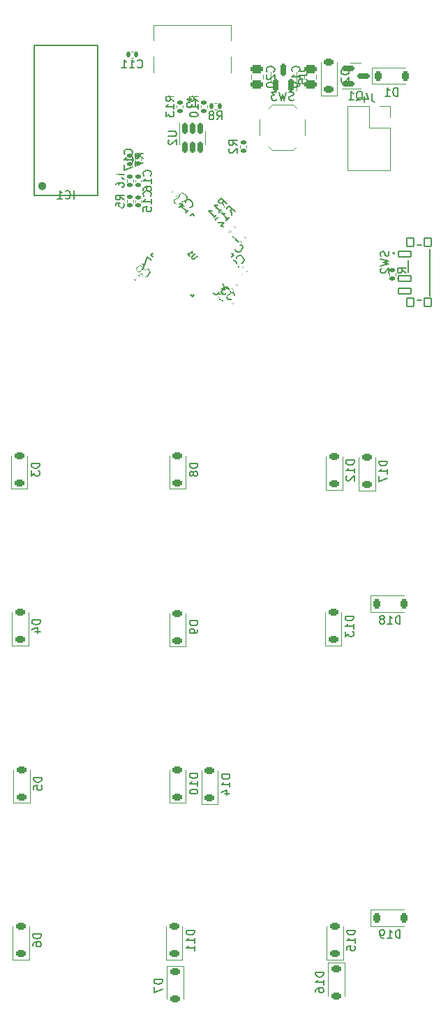
<source format=gbr>
%TF.GenerationSoftware,KiCad,Pcbnew,7.0.7*%
%TF.CreationDate,2023-12-07T00:36:06+02:00*%
%TF.ProjectId,stm32_calc,73746d33-325f-4636-916c-632e6b696361,rev?*%
%TF.SameCoordinates,Original*%
%TF.FileFunction,Legend,Bot*%
%TF.FilePolarity,Positive*%
%FSLAX46Y46*%
G04 Gerber Fmt 4.6, Leading zero omitted, Abs format (unit mm)*
G04 Created by KiCad (PCBNEW 7.0.7) date 2023-12-07 00:36:06*
%MOMM*%
%LPD*%
G01*
G04 APERTURE LIST*
G04 Aperture macros list*
%AMRoundRect*
0 Rectangle with rounded corners*
0 $1 Rounding radius*
0 $2 $3 $4 $5 $6 $7 $8 $9 X,Y pos of 4 corners*
0 Add a 4 corners polygon primitive as box body*
4,1,4,$2,$3,$4,$5,$6,$7,$8,$9,$2,$3,0*
0 Add four circle primitives for the rounded corners*
1,1,$1+$1,$2,$3*
1,1,$1+$1,$4,$5*
1,1,$1+$1,$6,$7*
1,1,$1+$1,$8,$9*
0 Add four rect primitives between the rounded corners*
20,1,$1+$1,$2,$3,$4,$5,0*
20,1,$1+$1,$4,$5,$6,$7,0*
20,1,$1+$1,$6,$7,$8,$9,0*
20,1,$1+$1,$8,$9,$2,$3,0*%
G04 Aperture macros list end*
%ADD10C,0.150000*%
%ADD11C,0.120000*%
%ADD12C,0.127000*%
%ADD13C,0.200000*%
%ADD14C,0.500000*%
%ADD15C,1.700000*%
%ADD16C,4.000000*%
%ADD17C,2.200000*%
%ADD18RoundRect,0.225000X-0.225000X-0.375000X0.225000X-0.375000X0.225000X0.375000X-0.225000X0.375000X0*%
%ADD19RoundRect,0.225000X0.375000X-0.225000X0.375000X0.225000X-0.375000X0.225000X-0.375000X-0.225000X0*%
%ADD20RoundRect,0.225000X-0.375000X0.225000X-0.375000X-0.225000X0.375000X-0.225000X0.375000X0.225000X0*%
%ADD21R,1.700000X1.700000*%
%ADD22O,1.700000X1.700000*%
%ADD23C,3.050000*%
%ADD24C,3.800000*%
%ADD25R,2.000000X2.000000*%
%ADD26C,2.000000*%
%ADD27R,1.524000X1.524000*%
%ADD28C,1.524000*%
%ADD29C,1.512000*%
%ADD30C,2.304000*%
%ADD31RoundRect,0.150000X-0.587500X-0.150000X0.587500X-0.150000X0.587500X0.150000X-0.587500X0.150000X0*%
%ADD32RoundRect,0.150000X-0.150000X0.512500X-0.150000X-0.512500X0.150000X-0.512500X0.150000X0.512500X0*%
%ADD33RoundRect,0.135000X-0.185000X0.135000X-0.185000X-0.135000X0.185000X-0.135000X0.185000X0.135000X0*%
%ADD34RoundRect,0.140000X0.021213X-0.219203X0.219203X-0.021213X-0.021213X0.219203X-0.219203X0.021213X0*%
%ADD35RoundRect,0.140000X-0.021213X0.219203X-0.219203X0.021213X0.021213X-0.219203X0.219203X-0.021213X0*%
%ADD36RoundRect,0.250000X-0.475000X0.250000X-0.475000X-0.250000X0.475000X-0.250000X0.475000X0.250000X0*%
%ADD37C,0.650000*%
%ADD38R,0.600000X1.450000*%
%ADD39R,0.300000X1.450000*%
%ADD40O,1.000000X1.600000*%
%ADD41O,1.000000X2.100000*%
%ADD42RoundRect,0.250000X0.475000X-0.250000X0.475000X0.250000X-0.475000X0.250000X-0.475000X-0.250000X0*%
%ADD43RoundRect,0.140000X-0.170000X0.140000X-0.170000X-0.140000X0.170000X-0.140000X0.170000X0.140000X0*%
%ADD44RoundRect,0.140000X0.170000X-0.140000X0.170000X0.140000X-0.170000X0.140000X-0.170000X-0.140000X0*%
%ADD45RoundRect,0.150000X0.150000X-0.587500X0.150000X0.587500X-0.150000X0.587500X-0.150000X-0.587500X0*%
%ADD46R,1.700000X1.000000*%
%ADD47RoundRect,0.135000X0.185000X-0.135000X0.185000X0.135000X-0.185000X0.135000X-0.185000X-0.135000X0*%
%ADD48C,0.900000*%
%ADD49RoundRect,0.102000X-0.750000X0.350000X-0.750000X-0.350000X0.750000X-0.350000X0.750000X0.350000X0*%
%ADD50RoundRect,0.102000X-0.400000X0.500000X-0.400000X-0.500000X0.400000X-0.500000X0.400000X0.500000X0*%
%ADD51RoundRect,0.140000X-0.219203X-0.021213X-0.021213X-0.219203X0.219203X0.021213X0.021213X0.219203X0*%
%ADD52RoundRect,0.135000X-0.035355X0.226274X-0.226274X0.035355X0.035355X-0.226274X0.226274X-0.035355X0*%
%ADD53RoundRect,0.113200X0.609950X-0.427800X-0.427800X0.609950X-0.609950X0.427800X0.427800X-0.609950X0*%
%ADD54RoundRect,0.113200X-0.427800X-0.609950X0.609950X0.427800X0.427800X0.609950X-0.609950X-0.427800X0*%
%ADD55O,2.454000X0.804000*%
%ADD56RoundRect,0.140000X-0.140000X-0.170000X0.140000X-0.170000X0.140000X0.170000X-0.140000X0.170000X0*%
%ADD57RoundRect,0.140000X0.219203X0.021213X0.021213X0.219203X-0.219203X-0.021213X-0.021213X-0.219203X0*%
%ADD58RoundRect,0.135000X0.035355X-0.226274X0.226274X-0.035355X-0.035355X0.226274X-0.226274X0.035355X0*%
%ADD59RoundRect,0.135000X-0.135000X-0.185000X0.135000X-0.185000X0.135000X0.185000X-0.135000X0.185000X0*%
G04 APERTURE END LIST*
D10*
X25214285Y-72854819D02*
X25214285Y-71854819D01*
X25214285Y-71854819D02*
X24976190Y-71854819D01*
X24976190Y-71854819D02*
X24833333Y-71902438D01*
X24833333Y-71902438D02*
X24738095Y-71997676D01*
X24738095Y-71997676D02*
X24690476Y-72092914D01*
X24690476Y-72092914D02*
X24642857Y-72283390D01*
X24642857Y-72283390D02*
X24642857Y-72426247D01*
X24642857Y-72426247D02*
X24690476Y-72616723D01*
X24690476Y-72616723D02*
X24738095Y-72711961D01*
X24738095Y-72711961D02*
X24833333Y-72807200D01*
X24833333Y-72807200D02*
X24976190Y-72854819D01*
X24976190Y-72854819D02*
X25214285Y-72854819D01*
X23690476Y-72854819D02*
X24261904Y-72854819D01*
X23976190Y-72854819D02*
X23976190Y-71854819D01*
X23976190Y-71854819D02*
X24071428Y-71997676D01*
X24071428Y-71997676D02*
X24166666Y-72092914D01*
X24166666Y-72092914D02*
X24261904Y-72140533D01*
X23214285Y-72854819D02*
X23023809Y-72854819D01*
X23023809Y-72854819D02*
X22928571Y-72807200D01*
X22928571Y-72807200D02*
X22880952Y-72759580D01*
X22880952Y-72759580D02*
X22785714Y-72616723D01*
X22785714Y-72616723D02*
X22738095Y-72426247D01*
X22738095Y-72426247D02*
X22738095Y-72045295D01*
X22738095Y-72045295D02*
X22785714Y-71950057D01*
X22785714Y-71950057D02*
X22833333Y-71902438D01*
X22833333Y-71902438D02*
X22928571Y-71854819D01*
X22928571Y-71854819D02*
X23119047Y-71854819D01*
X23119047Y-71854819D02*
X23214285Y-71902438D01*
X23214285Y-71902438D02*
X23261904Y-71950057D01*
X23261904Y-71950057D02*
X23309523Y-72045295D01*
X23309523Y-72045295D02*
X23309523Y-72283390D01*
X23309523Y-72283390D02*
X23261904Y-72378628D01*
X23261904Y-72378628D02*
X23214285Y-72426247D01*
X23214285Y-72426247D02*
X23119047Y-72473866D01*
X23119047Y-72473866D02*
X22928571Y-72473866D01*
X22928571Y-72473866D02*
X22833333Y-72426247D01*
X22833333Y-72426247D02*
X22785714Y-72378628D01*
X22785714Y-72378628D02*
X22738095Y-72283390D01*
X25214285Y-34754819D02*
X25214285Y-33754819D01*
X25214285Y-33754819D02*
X24976190Y-33754819D01*
X24976190Y-33754819D02*
X24833333Y-33802438D01*
X24833333Y-33802438D02*
X24738095Y-33897676D01*
X24738095Y-33897676D02*
X24690476Y-33992914D01*
X24690476Y-33992914D02*
X24642857Y-34183390D01*
X24642857Y-34183390D02*
X24642857Y-34326247D01*
X24642857Y-34326247D02*
X24690476Y-34516723D01*
X24690476Y-34516723D02*
X24738095Y-34611961D01*
X24738095Y-34611961D02*
X24833333Y-34707200D01*
X24833333Y-34707200D02*
X24976190Y-34754819D01*
X24976190Y-34754819D02*
X25214285Y-34754819D01*
X23690476Y-34754819D02*
X24261904Y-34754819D01*
X23976190Y-34754819D02*
X23976190Y-33754819D01*
X23976190Y-33754819D02*
X24071428Y-33897676D01*
X24071428Y-33897676D02*
X24166666Y-33992914D01*
X24166666Y-33992914D02*
X24261904Y-34040533D01*
X23119047Y-34183390D02*
X23214285Y-34135771D01*
X23214285Y-34135771D02*
X23261904Y-34088152D01*
X23261904Y-34088152D02*
X23309523Y-33992914D01*
X23309523Y-33992914D02*
X23309523Y-33945295D01*
X23309523Y-33945295D02*
X23261904Y-33850057D01*
X23261904Y-33850057D02*
X23214285Y-33802438D01*
X23214285Y-33802438D02*
X23119047Y-33754819D01*
X23119047Y-33754819D02*
X22928571Y-33754819D01*
X22928571Y-33754819D02*
X22833333Y-33802438D01*
X22833333Y-33802438D02*
X22785714Y-33850057D01*
X22785714Y-33850057D02*
X22738095Y-33945295D01*
X22738095Y-33945295D02*
X22738095Y-33992914D01*
X22738095Y-33992914D02*
X22785714Y-34088152D01*
X22785714Y-34088152D02*
X22833333Y-34135771D01*
X22833333Y-34135771D02*
X22928571Y-34183390D01*
X22928571Y-34183390D02*
X23119047Y-34183390D01*
X23119047Y-34183390D02*
X23214285Y-34231009D01*
X23214285Y-34231009D02*
X23261904Y-34278628D01*
X23261904Y-34278628D02*
X23309523Y-34373866D01*
X23309523Y-34373866D02*
X23309523Y-34564342D01*
X23309523Y-34564342D02*
X23261904Y-34659580D01*
X23261904Y-34659580D02*
X23214285Y-34707200D01*
X23214285Y-34707200D02*
X23119047Y-34754819D01*
X23119047Y-34754819D02*
X22928571Y-34754819D01*
X22928571Y-34754819D02*
X22833333Y-34707200D01*
X22833333Y-34707200D02*
X22785714Y-34659580D01*
X22785714Y-34659580D02*
X22738095Y-34564342D01*
X22738095Y-34564342D02*
X22738095Y-34373866D01*
X22738095Y-34373866D02*
X22785714Y-34278628D01*
X22785714Y-34278628D02*
X22833333Y-34231009D01*
X22833333Y-34231009D02*
X22928571Y-34183390D01*
X23654819Y-14985714D02*
X22654819Y-14985714D01*
X22654819Y-14985714D02*
X22654819Y-15223809D01*
X22654819Y-15223809D02*
X22702438Y-15366666D01*
X22702438Y-15366666D02*
X22797676Y-15461904D01*
X22797676Y-15461904D02*
X22892914Y-15509523D01*
X22892914Y-15509523D02*
X23083390Y-15557142D01*
X23083390Y-15557142D02*
X23226247Y-15557142D01*
X23226247Y-15557142D02*
X23416723Y-15509523D01*
X23416723Y-15509523D02*
X23511961Y-15461904D01*
X23511961Y-15461904D02*
X23607200Y-15366666D01*
X23607200Y-15366666D02*
X23654819Y-15223809D01*
X23654819Y-15223809D02*
X23654819Y-14985714D01*
X23654819Y-16509523D02*
X23654819Y-15938095D01*
X23654819Y-16223809D02*
X22654819Y-16223809D01*
X22654819Y-16223809D02*
X22797676Y-16128571D01*
X22797676Y-16128571D02*
X22892914Y-16033333D01*
X22892914Y-16033333D02*
X22940533Y-15938095D01*
X22654819Y-16842857D02*
X22654819Y-17509523D01*
X22654819Y-17509523D02*
X23654819Y-17080952D01*
X15954819Y-76985714D02*
X14954819Y-76985714D01*
X14954819Y-76985714D02*
X14954819Y-77223809D01*
X14954819Y-77223809D02*
X15002438Y-77366666D01*
X15002438Y-77366666D02*
X15097676Y-77461904D01*
X15097676Y-77461904D02*
X15192914Y-77509523D01*
X15192914Y-77509523D02*
X15383390Y-77557142D01*
X15383390Y-77557142D02*
X15526247Y-77557142D01*
X15526247Y-77557142D02*
X15716723Y-77509523D01*
X15716723Y-77509523D02*
X15811961Y-77461904D01*
X15811961Y-77461904D02*
X15907200Y-77366666D01*
X15907200Y-77366666D02*
X15954819Y-77223809D01*
X15954819Y-77223809D02*
X15954819Y-76985714D01*
X15954819Y-78509523D02*
X15954819Y-77938095D01*
X15954819Y-78223809D02*
X14954819Y-78223809D01*
X14954819Y-78223809D02*
X15097676Y-78128571D01*
X15097676Y-78128571D02*
X15192914Y-78033333D01*
X15192914Y-78033333D02*
X15240533Y-77938095D01*
X14954819Y-79366666D02*
X14954819Y-79176190D01*
X14954819Y-79176190D02*
X15002438Y-79080952D01*
X15002438Y-79080952D02*
X15050057Y-79033333D01*
X15050057Y-79033333D02*
X15192914Y-78938095D01*
X15192914Y-78938095D02*
X15383390Y-78890476D01*
X15383390Y-78890476D02*
X15764342Y-78890476D01*
X15764342Y-78890476D02*
X15859580Y-78938095D01*
X15859580Y-78938095D02*
X15907200Y-78985714D01*
X15907200Y-78985714D02*
X15954819Y-79080952D01*
X15954819Y-79080952D02*
X15954819Y-79271428D01*
X15954819Y-79271428D02*
X15907200Y-79366666D01*
X15907200Y-79366666D02*
X15859580Y-79414285D01*
X15859580Y-79414285D02*
X15764342Y-79461904D01*
X15764342Y-79461904D02*
X15526247Y-79461904D01*
X15526247Y-79461904D02*
X15431009Y-79414285D01*
X15431009Y-79414285D02*
X15383390Y-79366666D01*
X15383390Y-79366666D02*
X15335771Y-79271428D01*
X15335771Y-79271428D02*
X15335771Y-79080952D01*
X15335771Y-79080952D02*
X15383390Y-78985714D01*
X15383390Y-78985714D02*
X15431009Y-78938095D01*
X15431009Y-78938095D02*
X15526247Y-78890476D01*
X19754819Y-71885714D02*
X18754819Y-71885714D01*
X18754819Y-71885714D02*
X18754819Y-72123809D01*
X18754819Y-72123809D02*
X18802438Y-72266666D01*
X18802438Y-72266666D02*
X18897676Y-72361904D01*
X18897676Y-72361904D02*
X18992914Y-72409523D01*
X18992914Y-72409523D02*
X19183390Y-72457142D01*
X19183390Y-72457142D02*
X19326247Y-72457142D01*
X19326247Y-72457142D02*
X19516723Y-72409523D01*
X19516723Y-72409523D02*
X19611961Y-72361904D01*
X19611961Y-72361904D02*
X19707200Y-72266666D01*
X19707200Y-72266666D02*
X19754819Y-72123809D01*
X19754819Y-72123809D02*
X19754819Y-71885714D01*
X19754819Y-73409523D02*
X19754819Y-72838095D01*
X19754819Y-73123809D02*
X18754819Y-73123809D01*
X18754819Y-73123809D02*
X18897676Y-73028571D01*
X18897676Y-73028571D02*
X18992914Y-72933333D01*
X18992914Y-72933333D02*
X19040533Y-72838095D01*
X18754819Y-74314285D02*
X18754819Y-73838095D01*
X18754819Y-73838095D02*
X19231009Y-73790476D01*
X19231009Y-73790476D02*
X19183390Y-73838095D01*
X19183390Y-73838095D02*
X19135771Y-73933333D01*
X19135771Y-73933333D02*
X19135771Y-74171428D01*
X19135771Y-74171428D02*
X19183390Y-74266666D01*
X19183390Y-74266666D02*
X19231009Y-74314285D01*
X19231009Y-74314285D02*
X19326247Y-74361904D01*
X19326247Y-74361904D02*
X19564342Y-74361904D01*
X19564342Y-74361904D02*
X19659580Y-74314285D01*
X19659580Y-74314285D02*
X19707200Y-74266666D01*
X19707200Y-74266666D02*
X19754819Y-74171428D01*
X19754819Y-74171428D02*
X19754819Y-73933333D01*
X19754819Y-73933333D02*
X19707200Y-73838095D01*
X19707200Y-73838095D02*
X19659580Y-73790476D01*
X4554819Y-52985714D02*
X3554819Y-52985714D01*
X3554819Y-52985714D02*
X3554819Y-53223809D01*
X3554819Y-53223809D02*
X3602438Y-53366666D01*
X3602438Y-53366666D02*
X3697676Y-53461904D01*
X3697676Y-53461904D02*
X3792914Y-53509523D01*
X3792914Y-53509523D02*
X3983390Y-53557142D01*
X3983390Y-53557142D02*
X4126247Y-53557142D01*
X4126247Y-53557142D02*
X4316723Y-53509523D01*
X4316723Y-53509523D02*
X4411961Y-53461904D01*
X4411961Y-53461904D02*
X4507200Y-53366666D01*
X4507200Y-53366666D02*
X4554819Y-53223809D01*
X4554819Y-53223809D02*
X4554819Y-52985714D01*
X4554819Y-54509523D02*
X4554819Y-53938095D01*
X4554819Y-54223809D02*
X3554819Y-54223809D01*
X3554819Y-54223809D02*
X3697676Y-54128571D01*
X3697676Y-54128571D02*
X3792914Y-54033333D01*
X3792914Y-54033333D02*
X3840533Y-53938095D01*
X3888152Y-55366666D02*
X4554819Y-55366666D01*
X3507200Y-55128571D02*
X4221485Y-54890476D01*
X4221485Y-54890476D02*
X4221485Y-55509523D01*
X19554819Y-33785714D02*
X18554819Y-33785714D01*
X18554819Y-33785714D02*
X18554819Y-34023809D01*
X18554819Y-34023809D02*
X18602438Y-34166666D01*
X18602438Y-34166666D02*
X18697676Y-34261904D01*
X18697676Y-34261904D02*
X18792914Y-34309523D01*
X18792914Y-34309523D02*
X18983390Y-34357142D01*
X18983390Y-34357142D02*
X19126247Y-34357142D01*
X19126247Y-34357142D02*
X19316723Y-34309523D01*
X19316723Y-34309523D02*
X19411961Y-34261904D01*
X19411961Y-34261904D02*
X19507200Y-34166666D01*
X19507200Y-34166666D02*
X19554819Y-34023809D01*
X19554819Y-34023809D02*
X19554819Y-33785714D01*
X19554819Y-35309523D02*
X19554819Y-34738095D01*
X19554819Y-35023809D02*
X18554819Y-35023809D01*
X18554819Y-35023809D02*
X18697676Y-34928571D01*
X18697676Y-34928571D02*
X18792914Y-34833333D01*
X18792914Y-34833333D02*
X18840533Y-34738095D01*
X18554819Y-35642857D02*
X18554819Y-36261904D01*
X18554819Y-36261904D02*
X18935771Y-35928571D01*
X18935771Y-35928571D02*
X18935771Y-36071428D01*
X18935771Y-36071428D02*
X18983390Y-36166666D01*
X18983390Y-36166666D02*
X19031009Y-36214285D01*
X19031009Y-36214285D02*
X19126247Y-36261904D01*
X19126247Y-36261904D02*
X19364342Y-36261904D01*
X19364342Y-36261904D02*
X19459580Y-36214285D01*
X19459580Y-36214285D02*
X19507200Y-36166666D01*
X19507200Y-36166666D02*
X19554819Y-36071428D01*
X19554819Y-36071428D02*
X19554819Y-35785714D01*
X19554819Y-35785714D02*
X19507200Y-35690476D01*
X19507200Y-35690476D02*
X19459580Y-35642857D01*
X19654819Y-14885714D02*
X18654819Y-14885714D01*
X18654819Y-14885714D02*
X18654819Y-15123809D01*
X18654819Y-15123809D02*
X18702438Y-15266666D01*
X18702438Y-15266666D02*
X18797676Y-15361904D01*
X18797676Y-15361904D02*
X18892914Y-15409523D01*
X18892914Y-15409523D02*
X19083390Y-15457142D01*
X19083390Y-15457142D02*
X19226247Y-15457142D01*
X19226247Y-15457142D02*
X19416723Y-15409523D01*
X19416723Y-15409523D02*
X19511961Y-15361904D01*
X19511961Y-15361904D02*
X19607200Y-15266666D01*
X19607200Y-15266666D02*
X19654819Y-15123809D01*
X19654819Y-15123809D02*
X19654819Y-14885714D01*
X19654819Y-16409523D02*
X19654819Y-15838095D01*
X19654819Y-16123809D02*
X18654819Y-16123809D01*
X18654819Y-16123809D02*
X18797676Y-16028571D01*
X18797676Y-16028571D02*
X18892914Y-15933333D01*
X18892914Y-15933333D02*
X18940533Y-15838095D01*
X18750057Y-16790476D02*
X18702438Y-16838095D01*
X18702438Y-16838095D02*
X18654819Y-16933333D01*
X18654819Y-16933333D02*
X18654819Y-17171428D01*
X18654819Y-17171428D02*
X18702438Y-17266666D01*
X18702438Y-17266666D02*
X18750057Y-17314285D01*
X18750057Y-17314285D02*
X18845295Y-17361904D01*
X18845295Y-17361904D02*
X18940533Y-17361904D01*
X18940533Y-17361904D02*
X19083390Y-17314285D01*
X19083390Y-17314285D02*
X19654819Y-16742857D01*
X19654819Y-16742857D02*
X19654819Y-17361904D01*
X254819Y-71885714D02*
X-745181Y-71885714D01*
X-745181Y-71885714D02*
X-745181Y-72123809D01*
X-745181Y-72123809D02*
X-697562Y-72266666D01*
X-697562Y-72266666D02*
X-602324Y-72361904D01*
X-602324Y-72361904D02*
X-507086Y-72409523D01*
X-507086Y-72409523D02*
X-316610Y-72457142D01*
X-316610Y-72457142D02*
X-173753Y-72457142D01*
X-173753Y-72457142D02*
X16723Y-72409523D01*
X16723Y-72409523D02*
X111961Y-72361904D01*
X111961Y-72361904D02*
X207200Y-72266666D01*
X207200Y-72266666D02*
X254819Y-72123809D01*
X254819Y-72123809D02*
X254819Y-71885714D01*
X254819Y-73409523D02*
X254819Y-72838095D01*
X254819Y-73123809D02*
X-745181Y-73123809D01*
X-745181Y-73123809D02*
X-602324Y-73028571D01*
X-602324Y-73028571D02*
X-507086Y-72933333D01*
X-507086Y-72933333D02*
X-459467Y-72838095D01*
X254819Y-74361904D02*
X254819Y-73790476D01*
X254819Y-74076190D02*
X-745181Y-74076190D01*
X-745181Y-74076190D02*
X-602324Y-73980952D01*
X-602324Y-73980952D02*
X-507086Y-73885714D01*
X-507086Y-73885714D02*
X-459467Y-73790476D01*
X654819Y-52885714D02*
X-345181Y-52885714D01*
X-345181Y-52885714D02*
X-345181Y-53123809D01*
X-345181Y-53123809D02*
X-297562Y-53266666D01*
X-297562Y-53266666D02*
X-202324Y-53361904D01*
X-202324Y-53361904D02*
X-107086Y-53409523D01*
X-107086Y-53409523D02*
X83390Y-53457142D01*
X83390Y-53457142D02*
X226247Y-53457142D01*
X226247Y-53457142D02*
X416723Y-53409523D01*
X416723Y-53409523D02*
X511961Y-53361904D01*
X511961Y-53361904D02*
X607200Y-53266666D01*
X607200Y-53266666D02*
X654819Y-53123809D01*
X654819Y-53123809D02*
X654819Y-52885714D01*
X654819Y-54409523D02*
X654819Y-53838095D01*
X654819Y-54123809D02*
X-345181Y-54123809D01*
X-345181Y-54123809D02*
X-202324Y-54028571D01*
X-202324Y-54028571D02*
X-107086Y-53933333D01*
X-107086Y-53933333D02*
X-59467Y-53838095D01*
X-345181Y-55028571D02*
X-345181Y-55123809D01*
X-345181Y-55123809D02*
X-297562Y-55219047D01*
X-297562Y-55219047D02*
X-249943Y-55266666D01*
X-249943Y-55266666D02*
X-154705Y-55314285D01*
X-154705Y-55314285D02*
X35771Y-55361904D01*
X35771Y-55361904D02*
X273866Y-55361904D01*
X273866Y-55361904D02*
X464342Y-55314285D01*
X464342Y-55314285D02*
X559580Y-55266666D01*
X559580Y-55266666D02*
X607200Y-55219047D01*
X607200Y-55219047D02*
X654819Y-55123809D01*
X654819Y-55123809D02*
X654819Y-55028571D01*
X654819Y-55028571D02*
X607200Y-54933333D01*
X607200Y-54933333D02*
X559580Y-54885714D01*
X559580Y-54885714D02*
X464342Y-54838095D01*
X464342Y-54838095D02*
X273866Y-54790476D01*
X273866Y-54790476D02*
X35771Y-54790476D01*
X35771Y-54790476D02*
X-154705Y-54838095D01*
X-154705Y-54838095D02*
X-249943Y-54885714D01*
X-249943Y-54885714D02*
X-297562Y-54933333D01*
X-297562Y-54933333D02*
X-345181Y-55028571D01*
X654819Y-34361905D02*
X-345181Y-34361905D01*
X-345181Y-34361905D02*
X-345181Y-34600000D01*
X-345181Y-34600000D02*
X-297562Y-34742857D01*
X-297562Y-34742857D02*
X-202324Y-34838095D01*
X-202324Y-34838095D02*
X-107086Y-34885714D01*
X-107086Y-34885714D02*
X83390Y-34933333D01*
X83390Y-34933333D02*
X226247Y-34933333D01*
X226247Y-34933333D02*
X416723Y-34885714D01*
X416723Y-34885714D02*
X511961Y-34838095D01*
X511961Y-34838095D02*
X607200Y-34742857D01*
X607200Y-34742857D02*
X654819Y-34600000D01*
X654819Y-34600000D02*
X654819Y-34361905D01*
X654819Y-35409524D02*
X654819Y-35600000D01*
X654819Y-35600000D02*
X607200Y-35695238D01*
X607200Y-35695238D02*
X559580Y-35742857D01*
X559580Y-35742857D02*
X416723Y-35838095D01*
X416723Y-35838095D02*
X226247Y-35885714D01*
X226247Y-35885714D02*
X-154705Y-35885714D01*
X-154705Y-35885714D02*
X-249943Y-35838095D01*
X-249943Y-35838095D02*
X-297562Y-35790476D01*
X-297562Y-35790476D02*
X-345181Y-35695238D01*
X-345181Y-35695238D02*
X-345181Y-35504762D01*
X-345181Y-35504762D02*
X-297562Y-35409524D01*
X-297562Y-35409524D02*
X-249943Y-35361905D01*
X-249943Y-35361905D02*
X-154705Y-35314286D01*
X-154705Y-35314286D02*
X83390Y-35314286D01*
X83390Y-35314286D02*
X178628Y-35361905D01*
X178628Y-35361905D02*
X226247Y-35409524D01*
X226247Y-35409524D02*
X273866Y-35504762D01*
X273866Y-35504762D02*
X273866Y-35695238D01*
X273866Y-35695238D02*
X226247Y-35790476D01*
X226247Y-35790476D02*
X178628Y-35838095D01*
X178628Y-35838095D02*
X83390Y-35885714D01*
X654819Y-15261905D02*
X-345181Y-15261905D01*
X-345181Y-15261905D02*
X-345181Y-15500000D01*
X-345181Y-15500000D02*
X-297562Y-15642857D01*
X-297562Y-15642857D02*
X-202324Y-15738095D01*
X-202324Y-15738095D02*
X-107086Y-15785714D01*
X-107086Y-15785714D02*
X83390Y-15833333D01*
X83390Y-15833333D02*
X226247Y-15833333D01*
X226247Y-15833333D02*
X416723Y-15785714D01*
X416723Y-15785714D02*
X511961Y-15738095D01*
X511961Y-15738095D02*
X607200Y-15642857D01*
X607200Y-15642857D02*
X654819Y-15500000D01*
X654819Y-15500000D02*
X654819Y-15261905D01*
X83390Y-16404762D02*
X35771Y-16309524D01*
X35771Y-16309524D02*
X-11848Y-16261905D01*
X-11848Y-16261905D02*
X-107086Y-16214286D01*
X-107086Y-16214286D02*
X-154705Y-16214286D01*
X-154705Y-16214286D02*
X-249943Y-16261905D01*
X-249943Y-16261905D02*
X-297562Y-16309524D01*
X-297562Y-16309524D02*
X-345181Y-16404762D01*
X-345181Y-16404762D02*
X-345181Y-16595238D01*
X-345181Y-16595238D02*
X-297562Y-16690476D01*
X-297562Y-16690476D02*
X-249943Y-16738095D01*
X-249943Y-16738095D02*
X-154705Y-16785714D01*
X-154705Y-16785714D02*
X-107086Y-16785714D01*
X-107086Y-16785714D02*
X-11848Y-16738095D01*
X-11848Y-16738095D02*
X35771Y-16690476D01*
X35771Y-16690476D02*
X83390Y-16595238D01*
X83390Y-16595238D02*
X83390Y-16404762D01*
X83390Y-16404762D02*
X131009Y-16309524D01*
X131009Y-16309524D02*
X178628Y-16261905D01*
X178628Y-16261905D02*
X273866Y-16214286D01*
X273866Y-16214286D02*
X464342Y-16214286D01*
X464342Y-16214286D02*
X559580Y-16261905D01*
X559580Y-16261905D02*
X607200Y-16309524D01*
X607200Y-16309524D02*
X654819Y-16404762D01*
X654819Y-16404762D02*
X654819Y-16595238D01*
X654819Y-16595238D02*
X607200Y-16690476D01*
X607200Y-16690476D02*
X559580Y-16738095D01*
X559580Y-16738095D02*
X464342Y-16785714D01*
X464342Y-16785714D02*
X273866Y-16785714D01*
X273866Y-16785714D02*
X178628Y-16738095D01*
X178628Y-16738095D02*
X131009Y-16690476D01*
X131009Y-16690476D02*
X83390Y-16595238D01*
X-3645181Y-77861905D02*
X-4645181Y-77861905D01*
X-4645181Y-77861905D02*
X-4645181Y-78100000D01*
X-4645181Y-78100000D02*
X-4597562Y-78242857D01*
X-4597562Y-78242857D02*
X-4502324Y-78338095D01*
X-4502324Y-78338095D02*
X-4407086Y-78385714D01*
X-4407086Y-78385714D02*
X-4216610Y-78433333D01*
X-4216610Y-78433333D02*
X-4073753Y-78433333D01*
X-4073753Y-78433333D02*
X-3883277Y-78385714D01*
X-3883277Y-78385714D02*
X-3788039Y-78338095D01*
X-3788039Y-78338095D02*
X-3692800Y-78242857D01*
X-3692800Y-78242857D02*
X-3645181Y-78100000D01*
X-3645181Y-78100000D02*
X-3645181Y-77861905D01*
X-4645181Y-78766667D02*
X-4645181Y-79433333D01*
X-4645181Y-79433333D02*
X-3645181Y-79004762D01*
X-18345181Y-72361905D02*
X-19345181Y-72361905D01*
X-19345181Y-72361905D02*
X-19345181Y-72600000D01*
X-19345181Y-72600000D02*
X-19297562Y-72742857D01*
X-19297562Y-72742857D02*
X-19202324Y-72838095D01*
X-19202324Y-72838095D02*
X-19107086Y-72885714D01*
X-19107086Y-72885714D02*
X-18916610Y-72933333D01*
X-18916610Y-72933333D02*
X-18773753Y-72933333D01*
X-18773753Y-72933333D02*
X-18583277Y-72885714D01*
X-18583277Y-72885714D02*
X-18488039Y-72838095D01*
X-18488039Y-72838095D02*
X-18392800Y-72742857D01*
X-18392800Y-72742857D02*
X-18345181Y-72600000D01*
X-18345181Y-72600000D02*
X-18345181Y-72361905D01*
X-19345181Y-73790476D02*
X-19345181Y-73600000D01*
X-19345181Y-73600000D02*
X-19297562Y-73504762D01*
X-19297562Y-73504762D02*
X-19249943Y-73457143D01*
X-19249943Y-73457143D02*
X-19107086Y-73361905D01*
X-19107086Y-73361905D02*
X-18916610Y-73314286D01*
X-18916610Y-73314286D02*
X-18535658Y-73314286D01*
X-18535658Y-73314286D02*
X-18440420Y-73361905D01*
X-18440420Y-73361905D02*
X-18392800Y-73409524D01*
X-18392800Y-73409524D02*
X-18345181Y-73504762D01*
X-18345181Y-73504762D02*
X-18345181Y-73695238D01*
X-18345181Y-73695238D02*
X-18392800Y-73790476D01*
X-18392800Y-73790476D02*
X-18440420Y-73838095D01*
X-18440420Y-73838095D02*
X-18535658Y-73885714D01*
X-18535658Y-73885714D02*
X-18773753Y-73885714D01*
X-18773753Y-73885714D02*
X-18868991Y-73838095D01*
X-18868991Y-73838095D02*
X-18916610Y-73790476D01*
X-18916610Y-73790476D02*
X-18964229Y-73695238D01*
X-18964229Y-73695238D02*
X-18964229Y-73504762D01*
X-18964229Y-73504762D02*
X-18916610Y-73409524D01*
X-18916610Y-73409524D02*
X-18868991Y-73361905D01*
X-18868991Y-73361905D02*
X-18773753Y-73314286D01*
X-18245181Y-53361905D02*
X-19245181Y-53361905D01*
X-19245181Y-53361905D02*
X-19245181Y-53600000D01*
X-19245181Y-53600000D02*
X-19197562Y-53742857D01*
X-19197562Y-53742857D02*
X-19102324Y-53838095D01*
X-19102324Y-53838095D02*
X-19007086Y-53885714D01*
X-19007086Y-53885714D02*
X-18816610Y-53933333D01*
X-18816610Y-53933333D02*
X-18673753Y-53933333D01*
X-18673753Y-53933333D02*
X-18483277Y-53885714D01*
X-18483277Y-53885714D02*
X-18388039Y-53838095D01*
X-18388039Y-53838095D02*
X-18292800Y-53742857D01*
X-18292800Y-53742857D02*
X-18245181Y-53600000D01*
X-18245181Y-53600000D02*
X-18245181Y-53361905D01*
X-19245181Y-54838095D02*
X-19245181Y-54361905D01*
X-19245181Y-54361905D02*
X-18768991Y-54314286D01*
X-18768991Y-54314286D02*
X-18816610Y-54361905D01*
X-18816610Y-54361905D02*
X-18864229Y-54457143D01*
X-18864229Y-54457143D02*
X-18864229Y-54695238D01*
X-18864229Y-54695238D02*
X-18816610Y-54790476D01*
X-18816610Y-54790476D02*
X-18768991Y-54838095D01*
X-18768991Y-54838095D02*
X-18673753Y-54885714D01*
X-18673753Y-54885714D02*
X-18435658Y-54885714D01*
X-18435658Y-54885714D02*
X-18340420Y-54838095D01*
X-18340420Y-54838095D02*
X-18292800Y-54790476D01*
X-18292800Y-54790476D02*
X-18245181Y-54695238D01*
X-18245181Y-54695238D02*
X-18245181Y-54457143D01*
X-18245181Y-54457143D02*
X-18292800Y-54361905D01*
X-18292800Y-54361905D02*
X-18340420Y-54314286D01*
X-18445181Y-34261905D02*
X-19445181Y-34261905D01*
X-19445181Y-34261905D02*
X-19445181Y-34500000D01*
X-19445181Y-34500000D02*
X-19397562Y-34642857D01*
X-19397562Y-34642857D02*
X-19302324Y-34738095D01*
X-19302324Y-34738095D02*
X-19207086Y-34785714D01*
X-19207086Y-34785714D02*
X-19016610Y-34833333D01*
X-19016610Y-34833333D02*
X-18873753Y-34833333D01*
X-18873753Y-34833333D02*
X-18683277Y-34785714D01*
X-18683277Y-34785714D02*
X-18588039Y-34738095D01*
X-18588039Y-34738095D02*
X-18492800Y-34642857D01*
X-18492800Y-34642857D02*
X-18445181Y-34500000D01*
X-18445181Y-34500000D02*
X-18445181Y-34261905D01*
X-19111848Y-35690476D02*
X-18445181Y-35690476D01*
X-19492800Y-35452381D02*
X-18778515Y-35214286D01*
X-18778515Y-35214286D02*
X-18778515Y-35833333D01*
X-18545181Y-15261905D02*
X-19545181Y-15261905D01*
X-19545181Y-15261905D02*
X-19545181Y-15500000D01*
X-19545181Y-15500000D02*
X-19497562Y-15642857D01*
X-19497562Y-15642857D02*
X-19402324Y-15738095D01*
X-19402324Y-15738095D02*
X-19307086Y-15785714D01*
X-19307086Y-15785714D02*
X-19116610Y-15833333D01*
X-19116610Y-15833333D02*
X-18973753Y-15833333D01*
X-18973753Y-15833333D02*
X-18783277Y-15785714D01*
X-18783277Y-15785714D02*
X-18688039Y-15738095D01*
X-18688039Y-15738095D02*
X-18592800Y-15642857D01*
X-18592800Y-15642857D02*
X-18545181Y-15500000D01*
X-18545181Y-15500000D02*
X-18545181Y-15261905D01*
X-19545181Y-16166667D02*
X-19545181Y-16785714D01*
X-19545181Y-16785714D02*
X-19164229Y-16452381D01*
X-19164229Y-16452381D02*
X-19164229Y-16595238D01*
X-19164229Y-16595238D02*
X-19116610Y-16690476D01*
X-19116610Y-16690476D02*
X-19068991Y-16738095D01*
X-19068991Y-16738095D02*
X-18973753Y-16785714D01*
X-18973753Y-16785714D02*
X-18735658Y-16785714D01*
X-18735658Y-16785714D02*
X-18640420Y-16738095D01*
X-18640420Y-16738095D02*
X-18592800Y-16690476D01*
X-18592800Y-16690476D02*
X-18545181Y-16595238D01*
X-18545181Y-16595238D02*
X-18545181Y-16309524D01*
X-18545181Y-16309524D02*
X-18592800Y-16214286D01*
X-18592800Y-16214286D02*
X-18640420Y-16166667D01*
X19027319Y32458095D02*
X18027319Y32458095D01*
X18027319Y32458095D02*
X18027319Y32220000D01*
X18027319Y32220000D02*
X18074938Y32077143D01*
X18074938Y32077143D02*
X18170176Y31981905D01*
X18170176Y31981905D02*
X18265414Y31934286D01*
X18265414Y31934286D02*
X18455890Y31886667D01*
X18455890Y31886667D02*
X18598747Y31886667D01*
X18598747Y31886667D02*
X18789223Y31934286D01*
X18789223Y31934286D02*
X18884461Y31981905D01*
X18884461Y31981905D02*
X18979700Y32077143D01*
X18979700Y32077143D02*
X19027319Y32220000D01*
X19027319Y32220000D02*
X19027319Y32458095D01*
X18122557Y31505714D02*
X18074938Y31458095D01*
X18074938Y31458095D02*
X18027319Y31362857D01*
X18027319Y31362857D02*
X18027319Y31124762D01*
X18027319Y31124762D02*
X18074938Y31029524D01*
X18074938Y31029524D02*
X18122557Y30981905D01*
X18122557Y30981905D02*
X18217795Y30934286D01*
X18217795Y30934286D02*
X18313033Y30934286D01*
X18313033Y30934286D02*
X18455890Y30981905D01*
X18455890Y30981905D02*
X19027319Y31553333D01*
X19027319Y31553333D02*
X19027319Y30934286D01*
X24913094Y29295181D02*
X24913094Y30295181D01*
X24913094Y30295181D02*
X24674999Y30295181D01*
X24674999Y30295181D02*
X24532142Y30247562D01*
X24532142Y30247562D02*
X24436904Y30152324D01*
X24436904Y30152324D02*
X24389285Y30057086D01*
X24389285Y30057086D02*
X24341666Y29866610D01*
X24341666Y29866610D02*
X24341666Y29723753D01*
X24341666Y29723753D02*
X24389285Y29533277D01*
X24389285Y29533277D02*
X24436904Y29438039D01*
X24436904Y29438039D02*
X24532142Y29342800D01*
X24532142Y29342800D02*
X24674999Y29295181D01*
X24674999Y29295181D02*
X24913094Y29295181D01*
X23389285Y29295181D02*
X23960713Y29295181D01*
X23674999Y29295181D02*
X23674999Y30295181D01*
X23674999Y30295181D02*
X23770237Y30152324D01*
X23770237Y30152324D02*
X23865475Y30057086D01*
X23865475Y30057086D02*
X23960713Y30009467D01*
X19905238Y28769943D02*
X20000476Y28817562D01*
X20000476Y28817562D02*
X20095714Y28912800D01*
X20095714Y28912800D02*
X20238571Y29055658D01*
X20238571Y29055658D02*
X20333809Y29103277D01*
X20333809Y29103277D02*
X20429047Y29103277D01*
X20381428Y28865181D02*
X20476666Y28912800D01*
X20476666Y28912800D02*
X20571904Y29008039D01*
X20571904Y29008039D02*
X20619523Y29198515D01*
X20619523Y29198515D02*
X20619523Y29531848D01*
X20619523Y29531848D02*
X20571904Y29722324D01*
X20571904Y29722324D02*
X20476666Y29817562D01*
X20476666Y29817562D02*
X20381428Y29865181D01*
X20381428Y29865181D02*
X20190952Y29865181D01*
X20190952Y29865181D02*
X20095714Y29817562D01*
X20095714Y29817562D02*
X20000476Y29722324D01*
X20000476Y29722324D02*
X19952857Y29531848D01*
X19952857Y29531848D02*
X19952857Y29198515D01*
X19952857Y29198515D02*
X20000476Y29008039D01*
X20000476Y29008039D02*
X20095714Y28912800D01*
X20095714Y28912800D02*
X20190952Y28865181D01*
X20190952Y28865181D02*
X20381428Y28865181D01*
X19000476Y28865181D02*
X19571904Y28865181D01*
X19286190Y28865181D02*
X19286190Y29865181D01*
X19286190Y29865181D02*
X19381428Y29722324D01*
X19381428Y29722324D02*
X19476666Y29627086D01*
X19476666Y29627086D02*
X19571904Y29579467D01*
X-2925181Y24981905D02*
X-2115658Y24981905D01*
X-2115658Y24981905D02*
X-2020420Y24934286D01*
X-2020420Y24934286D02*
X-1972800Y24886667D01*
X-1972800Y24886667D02*
X-1925181Y24791429D01*
X-1925181Y24791429D02*
X-1925181Y24600953D01*
X-1925181Y24600953D02*
X-1972800Y24505715D01*
X-1972800Y24505715D02*
X-2020420Y24458096D01*
X-2020420Y24458096D02*
X-2115658Y24410477D01*
X-2115658Y24410477D02*
X-2925181Y24410477D01*
X-2829943Y23981905D02*
X-2877562Y23934286D01*
X-2877562Y23934286D02*
X-2925181Y23839048D01*
X-2925181Y23839048D02*
X-2925181Y23600953D01*
X-2925181Y23600953D02*
X-2877562Y23505715D01*
X-2877562Y23505715D02*
X-2829943Y23458096D01*
X-2829943Y23458096D02*
X-2734705Y23410477D01*
X-2734705Y23410477D02*
X-2639467Y23410477D01*
X-2639467Y23410477D02*
X-2496610Y23458096D01*
X-2496610Y23458096D02*
X-1925181Y24029524D01*
X-1925181Y24029524D02*
X-1925181Y23410477D01*
X-8290181Y19166667D02*
X-8766372Y19500000D01*
X-8290181Y19738095D02*
X-9290181Y19738095D01*
X-9290181Y19738095D02*
X-9290181Y19357143D01*
X-9290181Y19357143D02*
X-9242562Y19261905D01*
X-9242562Y19261905D02*
X-9194943Y19214286D01*
X-9194943Y19214286D02*
X-9099705Y19166667D01*
X-9099705Y19166667D02*
X-8956848Y19166667D01*
X-8956848Y19166667D02*
X-8861610Y19214286D01*
X-8861610Y19214286D02*
X-8813991Y19261905D01*
X-8813991Y19261905D02*
X-8766372Y19357143D01*
X-8766372Y19357143D02*
X-8766372Y19738095D01*
X-9290181Y18309524D02*
X-9290181Y18500000D01*
X-9290181Y18500000D02*
X-9242562Y18595238D01*
X-9242562Y18595238D02*
X-9194943Y18642857D01*
X-9194943Y18642857D02*
X-9052086Y18738095D01*
X-9052086Y18738095D02*
X-8861610Y18785714D01*
X-8861610Y18785714D02*
X-8480658Y18785714D01*
X-8480658Y18785714D02*
X-8385420Y18738095D01*
X-8385420Y18738095D02*
X-8337800Y18690476D01*
X-8337800Y18690476D02*
X-8290181Y18595238D01*
X-8290181Y18595238D02*
X-8290181Y18404762D01*
X-8290181Y18404762D02*
X-8337800Y18309524D01*
X-8337800Y18309524D02*
X-8385420Y18261905D01*
X-8385420Y18261905D02*
X-8480658Y18214286D01*
X-8480658Y18214286D02*
X-8718753Y18214286D01*
X-8718753Y18214286D02*
X-8813991Y18261905D01*
X-8813991Y18261905D02*
X-8861610Y18309524D01*
X-8861610Y18309524D02*
X-8909229Y18404762D01*
X-8909229Y18404762D02*
X-8909229Y18595238D01*
X-8909229Y18595238D02*
X-8861610Y18690476D01*
X-8861610Y18690476D02*
X-8813991Y18738095D01*
X-8813991Y18738095D02*
X-8718753Y18785714D01*
X-267644Y15813345D02*
X-200300Y15813345D01*
X-200300Y15813345D02*
X-65613Y15880689D01*
X-65613Y15880689D02*
X1730Y15948032D01*
X1730Y15948032D02*
X69074Y16082719D01*
X69074Y16082719D02*
X69074Y16217406D01*
X69074Y16217406D02*
X35402Y16318421D01*
X35402Y16318421D02*
X-65613Y16486780D01*
X-65613Y16486780D02*
X-166628Y16587795D01*
X-166628Y16587795D02*
X-334987Y16688811D01*
X-334987Y16688811D02*
X-436002Y16722482D01*
X-436002Y16722482D02*
X-570689Y16722482D01*
X-570689Y16722482D02*
X-705376Y16655139D01*
X-705376Y16655139D02*
X-772720Y16587795D01*
X-772720Y16587795D02*
X-840063Y16453108D01*
X-840063Y16453108D02*
X-840063Y16385765D01*
X-873735Y15072567D02*
X-469674Y15476628D01*
X-671705Y15274597D02*
X-1378811Y15981704D01*
X-1378811Y15981704D02*
X-1210453Y15948032D01*
X-1210453Y15948032D02*
X-1075766Y15948032D01*
X-1075766Y15948032D02*
X-974750Y15981704D01*
X674819Y28662858D02*
X198628Y28996191D01*
X674819Y29234286D02*
X-325181Y29234286D01*
X-325181Y29234286D02*
X-325181Y28853334D01*
X-325181Y28853334D02*
X-277562Y28758096D01*
X-277562Y28758096D02*
X-229943Y28710477D01*
X-229943Y28710477D02*
X-134705Y28662858D01*
X-134705Y28662858D02*
X8152Y28662858D01*
X8152Y28662858D02*
X103390Y28710477D01*
X103390Y28710477D02*
X151009Y28758096D01*
X151009Y28758096D02*
X198628Y28853334D01*
X198628Y28853334D02*
X198628Y29234286D01*
X674819Y27710477D02*
X674819Y28281905D01*
X674819Y27996191D02*
X-325181Y27996191D01*
X-325181Y27996191D02*
X-182324Y28091429D01*
X-182324Y28091429D02*
X-87086Y28186667D01*
X-87086Y28186667D02*
X-39467Y28281905D01*
X-325181Y27091429D02*
X-325181Y26996191D01*
X-325181Y26996191D02*
X-277562Y26900953D01*
X-277562Y26900953D02*
X-229943Y26853334D01*
X-229943Y26853334D02*
X-134705Y26805715D01*
X-134705Y26805715D02*
X55771Y26758096D01*
X55771Y26758096D02*
X293866Y26758096D01*
X293866Y26758096D02*
X484342Y26805715D01*
X484342Y26805715D02*
X579580Y26853334D01*
X579580Y26853334D02*
X627200Y26900953D01*
X627200Y26900953D02*
X674819Y26996191D01*
X674819Y26996191D02*
X674819Y27091429D01*
X674819Y27091429D02*
X627200Y27186667D01*
X627200Y27186667D02*
X579580Y27234286D01*
X579580Y27234286D02*
X484342Y27281905D01*
X484342Y27281905D02*
X293866Y27329524D01*
X293866Y27329524D02*
X55771Y27329524D01*
X55771Y27329524D02*
X-134705Y27281905D01*
X-134705Y27281905D02*
X-229943Y27234286D01*
X-229943Y27234286D02*
X-277562Y27186667D01*
X-277562Y27186667D02*
X-325181Y27091429D01*
X4226868Y5133833D02*
X4294212Y5133833D01*
X4294212Y5133833D02*
X4428899Y5201177D01*
X4428899Y5201177D02*
X4496242Y5268520D01*
X4496242Y5268520D02*
X4563586Y5403207D01*
X4563586Y5403207D02*
X4563586Y5537894D01*
X4563586Y5537894D02*
X4529914Y5638909D01*
X4529914Y5638909D02*
X4428899Y5807268D01*
X4428899Y5807268D02*
X4327884Y5908283D01*
X4327884Y5908283D02*
X4159525Y6009299D01*
X4159525Y6009299D02*
X4058510Y6042970D01*
X4058510Y6042970D02*
X3923823Y6042970D01*
X3923823Y6042970D02*
X3789136Y5975627D01*
X3789136Y5975627D02*
X3721792Y5908283D01*
X3721792Y5908283D02*
X3654449Y5773596D01*
X3654449Y5773596D02*
X3654449Y5706253D01*
X3216716Y4931803D02*
X3688120Y4460398D01*
X3115701Y5369535D02*
X3789136Y5032818D01*
X3789136Y5032818D02*
X3351403Y4595085D01*
X21763333Y29600181D02*
X21763333Y28885896D01*
X21763333Y28885896D02*
X21810952Y28743039D01*
X21810952Y28743039D02*
X21906190Y28647800D01*
X21906190Y28647800D02*
X22049047Y28600181D01*
X22049047Y28600181D02*
X22144285Y28600181D01*
X20858571Y29266848D02*
X20858571Y28600181D01*
X21096666Y29647800D02*
X21334761Y28933515D01*
X21334761Y28933515D02*
X20715714Y28933515D01*
X12979580Y32272858D02*
X13027200Y32320477D01*
X13027200Y32320477D02*
X13074819Y32463334D01*
X13074819Y32463334D02*
X13074819Y32558572D01*
X13074819Y32558572D02*
X13027200Y32701429D01*
X13027200Y32701429D02*
X12931961Y32796667D01*
X12931961Y32796667D02*
X12836723Y32844286D01*
X12836723Y32844286D02*
X12646247Y32891905D01*
X12646247Y32891905D02*
X12503390Y32891905D01*
X12503390Y32891905D02*
X12312914Y32844286D01*
X12312914Y32844286D02*
X12217676Y32796667D01*
X12217676Y32796667D02*
X12122438Y32701429D01*
X12122438Y32701429D02*
X12074819Y32558572D01*
X12074819Y32558572D02*
X12074819Y32463334D01*
X12074819Y32463334D02*
X12122438Y32320477D01*
X12122438Y32320477D02*
X12170057Y32272858D01*
X13074819Y31320477D02*
X13074819Y31891905D01*
X13074819Y31606191D02*
X12074819Y31606191D01*
X12074819Y31606191D02*
X12217676Y31701429D01*
X12217676Y31701429D02*
X12312914Y31796667D01*
X12312914Y31796667D02*
X12360533Y31891905D01*
X13074819Y30844286D02*
X13074819Y30653810D01*
X13074819Y30653810D02*
X13027200Y30558572D01*
X13027200Y30558572D02*
X12979580Y30510953D01*
X12979580Y30510953D02*
X12836723Y30415715D01*
X12836723Y30415715D02*
X12646247Y30368096D01*
X12646247Y30368096D02*
X12265295Y30368096D01*
X12265295Y30368096D02*
X12170057Y30415715D01*
X12170057Y30415715D02*
X12122438Y30463334D01*
X12122438Y30463334D02*
X12074819Y30558572D01*
X12074819Y30558572D02*
X12074819Y30749048D01*
X12074819Y30749048D02*
X12122438Y30844286D01*
X12122438Y30844286D02*
X12170057Y30891905D01*
X12170057Y30891905D02*
X12265295Y30939524D01*
X12265295Y30939524D02*
X12503390Y30939524D01*
X12503390Y30939524D02*
X12598628Y30891905D01*
X12598628Y30891905D02*
X12646247Y30844286D01*
X12646247Y30844286D02*
X12693866Y30749048D01*
X12693866Y30749048D02*
X12693866Y30558572D01*
X12693866Y30558572D02*
X12646247Y30463334D01*
X12646247Y30463334D02*
X12598628Y30415715D01*
X12598628Y30415715D02*
X12503390Y30368096D01*
X-967644Y16543345D02*
X-900300Y16543345D01*
X-900300Y16543345D02*
X-765613Y16610689D01*
X-765613Y16610689D02*
X-698270Y16678032D01*
X-698270Y16678032D02*
X-630926Y16812719D01*
X-630926Y16812719D02*
X-630926Y16947406D01*
X-630926Y16947406D02*
X-664598Y17048421D01*
X-664598Y17048421D02*
X-765613Y17216780D01*
X-765613Y17216780D02*
X-866628Y17317795D01*
X-866628Y17317795D02*
X-1034987Y17418811D01*
X-1034987Y17418811D02*
X-1136002Y17452482D01*
X-1136002Y17452482D02*
X-1270689Y17452482D01*
X-1270689Y17452482D02*
X-1405376Y17385139D01*
X-1405376Y17385139D02*
X-1472720Y17317795D01*
X-1472720Y17317795D02*
X-1540063Y17183108D01*
X-1540063Y17183108D02*
X-1540063Y17115765D01*
X-1809437Y16846391D02*
X-1876781Y16846391D01*
X-1876781Y16846391D02*
X-1977796Y16812719D01*
X-1977796Y16812719D02*
X-2146155Y16644360D01*
X-2146155Y16644360D02*
X-2179827Y16543345D01*
X-2179827Y16543345D02*
X-2179827Y16476002D01*
X-2179827Y16476002D02*
X-2146155Y16374986D01*
X-2146155Y16374986D02*
X-2078811Y16307643D01*
X-2078811Y16307643D02*
X-1944124Y16240299D01*
X-1944124Y16240299D02*
X-1136002Y16240299D01*
X-1136002Y16240299D02*
X-1573735Y15802567D01*
X333333Y28900181D02*
X333333Y28185896D01*
X333333Y28185896D02*
X380952Y28043039D01*
X380952Y28043039D02*
X476190Y27947800D01*
X476190Y27947800D02*
X619047Y27900181D01*
X619047Y27900181D02*
X714285Y27900181D01*
X-47620Y28900181D02*
X-666667Y28900181D01*
X-666667Y28900181D02*
X-333334Y28519229D01*
X-333334Y28519229D02*
X-476191Y28519229D01*
X-476191Y28519229D02*
X-571429Y28471610D01*
X-571429Y28471610D02*
X-619048Y28423991D01*
X-619048Y28423991D02*
X-666667Y28328753D01*
X-666667Y28328753D02*
X-666667Y28090658D01*
X-666667Y28090658D02*
X-619048Y27995420D01*
X-619048Y27995420D02*
X-571429Y27947800D01*
X-571429Y27947800D02*
X-476191Y27900181D01*
X-476191Y27900181D02*
X-190477Y27900181D01*
X-190477Y27900181D02*
X-95239Y27947800D01*
X-95239Y27947800D02*
X-47620Y27995420D01*
X9889580Y32252858D02*
X9937200Y32300477D01*
X9937200Y32300477D02*
X9984819Y32443334D01*
X9984819Y32443334D02*
X9984819Y32538572D01*
X9984819Y32538572D02*
X9937200Y32681429D01*
X9937200Y32681429D02*
X9841961Y32776667D01*
X9841961Y32776667D02*
X9746723Y32824286D01*
X9746723Y32824286D02*
X9556247Y32871905D01*
X9556247Y32871905D02*
X9413390Y32871905D01*
X9413390Y32871905D02*
X9222914Y32824286D01*
X9222914Y32824286D02*
X9127676Y32776667D01*
X9127676Y32776667D02*
X9032438Y32681429D01*
X9032438Y32681429D02*
X8984819Y32538572D01*
X8984819Y32538572D02*
X8984819Y32443334D01*
X8984819Y32443334D02*
X9032438Y32300477D01*
X9032438Y32300477D02*
X9080057Y32252858D01*
X9080057Y31871905D02*
X9032438Y31824286D01*
X9032438Y31824286D02*
X8984819Y31729048D01*
X8984819Y31729048D02*
X8984819Y31490953D01*
X8984819Y31490953D02*
X9032438Y31395715D01*
X9032438Y31395715D02*
X9080057Y31348096D01*
X9080057Y31348096D02*
X9175295Y31300477D01*
X9175295Y31300477D02*
X9270533Y31300477D01*
X9270533Y31300477D02*
X9413390Y31348096D01*
X9413390Y31348096D02*
X9984819Y31919524D01*
X9984819Y31919524D02*
X9984819Y31300477D01*
X8984819Y30681429D02*
X8984819Y30586191D01*
X8984819Y30586191D02*
X9032438Y30490953D01*
X9032438Y30490953D02*
X9080057Y30443334D01*
X9080057Y30443334D02*
X9175295Y30395715D01*
X9175295Y30395715D02*
X9365771Y30348096D01*
X9365771Y30348096D02*
X9603866Y30348096D01*
X9603866Y30348096D02*
X9794342Y30395715D01*
X9794342Y30395715D02*
X9889580Y30443334D01*
X9889580Y30443334D02*
X9937200Y30490953D01*
X9937200Y30490953D02*
X9984819Y30586191D01*
X9984819Y30586191D02*
X9984819Y30681429D01*
X9984819Y30681429D02*
X9937200Y30776667D01*
X9937200Y30776667D02*
X9889580Y30824286D01*
X9889580Y30824286D02*
X9794342Y30871905D01*
X9794342Y30871905D02*
X9603866Y30919524D01*
X9603866Y30919524D02*
X9365771Y30919524D01*
X9365771Y30919524D02*
X9175295Y30871905D01*
X9175295Y30871905D02*
X9080057Y30824286D01*
X9080057Y30824286D02*
X9032438Y30776667D01*
X9032438Y30776667D02*
X8984819Y30681429D01*
X-8290181Y16696667D02*
X-8766372Y17030000D01*
X-8290181Y17268095D02*
X-9290181Y17268095D01*
X-9290181Y17268095D02*
X-9290181Y16887143D01*
X-9290181Y16887143D02*
X-9242562Y16791905D01*
X-9242562Y16791905D02*
X-9194943Y16744286D01*
X-9194943Y16744286D02*
X-9099705Y16696667D01*
X-9099705Y16696667D02*
X-8956848Y16696667D01*
X-8956848Y16696667D02*
X-8861610Y16744286D01*
X-8861610Y16744286D02*
X-8813991Y16791905D01*
X-8813991Y16791905D02*
X-8766372Y16887143D01*
X-8766372Y16887143D02*
X-8766372Y17268095D01*
X-9290181Y15791905D02*
X-9290181Y16268095D01*
X-9290181Y16268095D02*
X-8813991Y16315714D01*
X-8813991Y16315714D02*
X-8861610Y16268095D01*
X-8861610Y16268095D02*
X-8909229Y16172857D01*
X-8909229Y16172857D02*
X-8909229Y15934762D01*
X-8909229Y15934762D02*
X-8861610Y15839524D01*
X-8861610Y15839524D02*
X-8813991Y15791905D01*
X-8813991Y15791905D02*
X-8718753Y15744286D01*
X-8718753Y15744286D02*
X-8480658Y15744286D01*
X-8480658Y15744286D02*
X-8385420Y15791905D01*
X-8385420Y15791905D02*
X-8337800Y15839524D01*
X-8337800Y15839524D02*
X-8290181Y15934762D01*
X-8290181Y15934762D02*
X-8290181Y16172857D01*
X-8290181Y16172857D02*
X-8337800Y16268095D01*
X-8337800Y16268095D02*
X-8385420Y16315714D01*
X-7375420Y22242858D02*
X-7327800Y22290477D01*
X-7327800Y22290477D02*
X-7280181Y22433334D01*
X-7280181Y22433334D02*
X-7280181Y22528572D01*
X-7280181Y22528572D02*
X-7327800Y22671429D01*
X-7327800Y22671429D02*
X-7423039Y22766667D01*
X-7423039Y22766667D02*
X-7518277Y22814286D01*
X-7518277Y22814286D02*
X-7708753Y22861905D01*
X-7708753Y22861905D02*
X-7851610Y22861905D01*
X-7851610Y22861905D02*
X-8042086Y22814286D01*
X-8042086Y22814286D02*
X-8137324Y22766667D01*
X-8137324Y22766667D02*
X-8232562Y22671429D01*
X-8232562Y22671429D02*
X-8280181Y22528572D01*
X-8280181Y22528572D02*
X-8280181Y22433334D01*
X-8280181Y22433334D02*
X-8232562Y22290477D01*
X-8232562Y22290477D02*
X-8184943Y22242858D01*
X-7280181Y21290477D02*
X-7280181Y21861905D01*
X-7280181Y21576191D02*
X-8280181Y21576191D01*
X-8280181Y21576191D02*
X-8137324Y21671429D01*
X-8137324Y21671429D02*
X-8042086Y21766667D01*
X-8042086Y21766667D02*
X-7994467Y21861905D01*
X-8280181Y20957143D02*
X-8280181Y20290477D01*
X-8280181Y20290477D02*
X-7280181Y20719048D01*
X-5055420Y17172858D02*
X-5007800Y17220477D01*
X-5007800Y17220477D02*
X-4960181Y17363334D01*
X-4960181Y17363334D02*
X-4960181Y17458572D01*
X-4960181Y17458572D02*
X-5007800Y17601429D01*
X-5007800Y17601429D02*
X-5103039Y17696667D01*
X-5103039Y17696667D02*
X-5198277Y17744286D01*
X-5198277Y17744286D02*
X-5388753Y17791905D01*
X-5388753Y17791905D02*
X-5531610Y17791905D01*
X-5531610Y17791905D02*
X-5722086Y17744286D01*
X-5722086Y17744286D02*
X-5817324Y17696667D01*
X-5817324Y17696667D02*
X-5912562Y17601429D01*
X-5912562Y17601429D02*
X-5960181Y17458572D01*
X-5960181Y17458572D02*
X-5960181Y17363334D01*
X-5960181Y17363334D02*
X-5912562Y17220477D01*
X-5912562Y17220477D02*
X-5864943Y17172858D01*
X-4960181Y16220477D02*
X-4960181Y16791905D01*
X-4960181Y16506191D02*
X-5960181Y16506191D01*
X-5960181Y16506191D02*
X-5817324Y16601429D01*
X-5817324Y16601429D02*
X-5722086Y16696667D01*
X-5722086Y16696667D02*
X-5674467Y16791905D01*
X-5960181Y15315715D02*
X-5960181Y15791905D01*
X-5960181Y15791905D02*
X-5483991Y15839524D01*
X-5483991Y15839524D02*
X-5531610Y15791905D01*
X-5531610Y15791905D02*
X-5579229Y15696667D01*
X-5579229Y15696667D02*
X-5579229Y15458572D01*
X-5579229Y15458572D02*
X-5531610Y15363334D01*
X-5531610Y15363334D02*
X-5483991Y15315715D01*
X-5483991Y15315715D02*
X-5388753Y15268096D01*
X-5388753Y15268096D02*
X-5150658Y15268096D01*
X-5150658Y15268096D02*
X-5055420Y15315715D01*
X-5055420Y15315715D02*
X-5007800Y15363334D01*
X-5007800Y15363334D02*
X-4960181Y15458572D01*
X-4960181Y15458572D02*
X-4960181Y15696667D01*
X-4960181Y15696667D02*
X-5007800Y15791905D01*
X-5007800Y15791905D02*
X-5055420Y15839524D01*
X12904819Y32331905D02*
X13714342Y32331905D01*
X13714342Y32331905D02*
X13809580Y32284286D01*
X13809580Y32284286D02*
X13857200Y32236667D01*
X13857200Y32236667D02*
X13904819Y32141429D01*
X13904819Y32141429D02*
X13904819Y31950953D01*
X13904819Y31950953D02*
X13857200Y31855715D01*
X13857200Y31855715D02*
X13809580Y31808096D01*
X13809580Y31808096D02*
X13714342Y31760477D01*
X13714342Y31760477D02*
X12904819Y31760477D01*
X12904819Y30808096D02*
X12904819Y31284286D01*
X12904819Y31284286D02*
X13381009Y31331905D01*
X13381009Y31331905D02*
X13333390Y31284286D01*
X13333390Y31284286D02*
X13285771Y31189048D01*
X13285771Y31189048D02*
X13285771Y30950953D01*
X13285771Y30950953D02*
X13333390Y30855715D01*
X13333390Y30855715D02*
X13381009Y30808096D01*
X13381009Y30808096D02*
X13476247Y30760477D01*
X13476247Y30760477D02*
X13714342Y30760477D01*
X13714342Y30760477D02*
X13809580Y30808096D01*
X13809580Y30808096D02*
X13857200Y30855715D01*
X13857200Y30855715D02*
X13904819Y30950953D01*
X13904819Y30950953D02*
X13904819Y31189048D01*
X13904819Y31189048D02*
X13857200Y31284286D01*
X13857200Y31284286D02*
X13809580Y31331905D01*
X12278332Y28832800D02*
X12135475Y28785181D01*
X12135475Y28785181D02*
X11897380Y28785181D01*
X11897380Y28785181D02*
X11802142Y28832800D01*
X11802142Y28832800D02*
X11754523Y28880420D01*
X11754523Y28880420D02*
X11706904Y28975658D01*
X11706904Y28975658D02*
X11706904Y29070896D01*
X11706904Y29070896D02*
X11754523Y29166134D01*
X11754523Y29166134D02*
X11802142Y29213753D01*
X11802142Y29213753D02*
X11897380Y29261372D01*
X11897380Y29261372D02*
X12087856Y29308991D01*
X12087856Y29308991D02*
X12183094Y29356610D01*
X12183094Y29356610D02*
X12230713Y29404229D01*
X12230713Y29404229D02*
X12278332Y29499467D01*
X12278332Y29499467D02*
X12278332Y29594705D01*
X12278332Y29594705D02*
X12230713Y29689943D01*
X12230713Y29689943D02*
X12183094Y29737562D01*
X12183094Y29737562D02*
X12087856Y29785181D01*
X12087856Y29785181D02*
X11849761Y29785181D01*
X11849761Y29785181D02*
X11706904Y29737562D01*
X11373570Y29785181D02*
X11135475Y28785181D01*
X11135475Y28785181D02*
X10944999Y29499467D01*
X10944999Y29499467D02*
X10754523Y28785181D01*
X10754523Y28785181D02*
X10516428Y29785181D01*
X10230713Y29785181D02*
X9611666Y29785181D01*
X9611666Y29785181D02*
X9944999Y29404229D01*
X9944999Y29404229D02*
X9802142Y29404229D01*
X9802142Y29404229D02*
X9706904Y29356610D01*
X9706904Y29356610D02*
X9659285Y29308991D01*
X9659285Y29308991D02*
X9611666Y29213753D01*
X9611666Y29213753D02*
X9611666Y28975658D01*
X9611666Y28975658D02*
X9659285Y28880420D01*
X9659285Y28880420D02*
X9706904Y28832800D01*
X9706904Y28832800D02*
X9802142Y28785181D01*
X9802142Y28785181D02*
X10087856Y28785181D01*
X10087856Y28785181D02*
X10183094Y28832800D01*
X10183094Y28832800D02*
X10230713Y28880420D01*
X25899819Y7816667D02*
X25423628Y8150000D01*
X25899819Y8388095D02*
X24899819Y8388095D01*
X24899819Y8388095D02*
X24899819Y8007143D01*
X24899819Y8007143D02*
X24947438Y7911905D01*
X24947438Y7911905D02*
X24995057Y7864286D01*
X24995057Y7864286D02*
X25090295Y7816667D01*
X25090295Y7816667D02*
X25233152Y7816667D01*
X25233152Y7816667D02*
X25328390Y7864286D01*
X25328390Y7864286D02*
X25376009Y7911905D01*
X25376009Y7911905D02*
X25423628Y8007143D01*
X25423628Y8007143D02*
X25423628Y8388095D01*
X25899819Y6864286D02*
X25899819Y7435714D01*
X25899819Y7150000D02*
X24899819Y7150000D01*
X24899819Y7150000D02*
X25042676Y7245238D01*
X25042676Y7245238D02*
X25137914Y7340476D01*
X25137914Y7340476D02*
X25185533Y7435714D01*
X-2215181Y28662858D02*
X-2691372Y28996191D01*
X-2215181Y29234286D02*
X-3215181Y29234286D01*
X-3215181Y29234286D02*
X-3215181Y28853334D01*
X-3215181Y28853334D02*
X-3167562Y28758096D01*
X-3167562Y28758096D02*
X-3119943Y28710477D01*
X-3119943Y28710477D02*
X-3024705Y28662858D01*
X-3024705Y28662858D02*
X-2881848Y28662858D01*
X-2881848Y28662858D02*
X-2786610Y28710477D01*
X-2786610Y28710477D02*
X-2738991Y28758096D01*
X-2738991Y28758096D02*
X-2691372Y28853334D01*
X-2691372Y28853334D02*
X-2691372Y29234286D01*
X-2215181Y27710477D02*
X-2215181Y28281905D01*
X-2215181Y27996191D02*
X-3215181Y27996191D01*
X-3215181Y27996191D02*
X-3072324Y28091429D01*
X-3072324Y28091429D02*
X-2977086Y28186667D01*
X-2977086Y28186667D02*
X-2929467Y28281905D01*
X-3215181Y27377143D02*
X-3215181Y26758096D01*
X-3215181Y26758096D02*
X-2834229Y27091429D01*
X-2834229Y27091429D02*
X-2834229Y26948572D01*
X-2834229Y26948572D02*
X-2786610Y26853334D01*
X-2786610Y26853334D02*
X-2738991Y26805715D01*
X-2738991Y26805715D02*
X-2643753Y26758096D01*
X-2643753Y26758096D02*
X-2405658Y26758096D01*
X-2405658Y26758096D02*
X-2310420Y26805715D01*
X-2310420Y26805715D02*
X-2262800Y26853334D01*
X-2262800Y26853334D02*
X-2215181Y26948572D01*
X-2215181Y26948572D02*
X-2215181Y27234286D01*
X-2215181Y27234286D02*
X-2262800Y27329524D01*
X-2262800Y27329524D02*
X-2310420Y27377143D01*
X23801200Y10458333D02*
X23848819Y10315476D01*
X23848819Y10315476D02*
X23848819Y10077381D01*
X23848819Y10077381D02*
X23801200Y9982143D01*
X23801200Y9982143D02*
X23753580Y9934524D01*
X23753580Y9934524D02*
X23658342Y9886905D01*
X23658342Y9886905D02*
X23563104Y9886905D01*
X23563104Y9886905D02*
X23467866Y9934524D01*
X23467866Y9934524D02*
X23420247Y9982143D01*
X23420247Y9982143D02*
X23372628Y10077381D01*
X23372628Y10077381D02*
X23325009Y10267857D01*
X23325009Y10267857D02*
X23277390Y10363095D01*
X23277390Y10363095D02*
X23229771Y10410714D01*
X23229771Y10410714D02*
X23134533Y10458333D01*
X23134533Y10458333D02*
X23039295Y10458333D01*
X23039295Y10458333D02*
X22944057Y10410714D01*
X22944057Y10410714D02*
X22896438Y10363095D01*
X22896438Y10363095D02*
X22848819Y10267857D01*
X22848819Y10267857D02*
X22848819Y10029762D01*
X22848819Y10029762D02*
X22896438Y9886905D01*
X22848819Y9553571D02*
X23848819Y9315476D01*
X23848819Y9315476D02*
X23134533Y9125000D01*
X23134533Y9125000D02*
X23848819Y8934524D01*
X23848819Y8934524D02*
X22848819Y8696428D01*
X22944057Y8363095D02*
X22896438Y8315476D01*
X22896438Y8315476D02*
X22848819Y8220238D01*
X22848819Y8220238D02*
X22848819Y7982143D01*
X22848819Y7982143D02*
X22896438Y7886905D01*
X22896438Y7886905D02*
X22944057Y7839286D01*
X22944057Y7839286D02*
X23039295Y7791667D01*
X23039295Y7791667D02*
X23134533Y7791667D01*
X23134533Y7791667D02*
X23277390Y7839286D01*
X23277390Y7839286D02*
X23848819Y8410714D01*
X23848819Y8410714D02*
X23848819Y7791667D01*
X5193344Y10687644D02*
X5193344Y10620300D01*
X5193344Y10620300D02*
X5260688Y10485613D01*
X5260688Y10485613D02*
X5328031Y10418270D01*
X5328031Y10418270D02*
X5462718Y10350926D01*
X5462718Y10350926D02*
X5597405Y10350926D01*
X5597405Y10350926D02*
X5698420Y10384598D01*
X5698420Y10384598D02*
X5866779Y10485613D01*
X5866779Y10485613D02*
X5967794Y10586628D01*
X5967794Y10586628D02*
X6068810Y10754987D01*
X6068810Y10754987D02*
X6102481Y10856002D01*
X6102481Y10856002D02*
X6102481Y10990689D01*
X6102481Y10990689D02*
X6035138Y11125376D01*
X6035138Y11125376D02*
X5967794Y11192720D01*
X5967794Y11192720D02*
X5833107Y11260063D01*
X5833107Y11260063D02*
X5765764Y11260063D01*
X5597405Y11563109D02*
X5159672Y12000842D01*
X5159672Y12000842D02*
X5126001Y11495766D01*
X5126001Y11495766D02*
X5024985Y11596781D01*
X5024985Y11596781D02*
X4923970Y11630453D01*
X4923970Y11630453D02*
X4856627Y11630453D01*
X4856627Y11630453D02*
X4755611Y11596781D01*
X4755611Y11596781D02*
X4587253Y11428422D01*
X4587253Y11428422D02*
X4553581Y11327407D01*
X4553581Y11327407D02*
X4553581Y11260063D01*
X4553581Y11260063D02*
X4587253Y11159048D01*
X4587253Y11159048D02*
X4789283Y10957018D01*
X4789283Y10957018D02*
X4890298Y10923346D01*
X4890298Y10923346D02*
X4957642Y10923346D01*
X3813859Y15810279D02*
X3712844Y16382698D01*
X4217920Y16214340D02*
X3510813Y16921446D01*
X3510813Y16921446D02*
X3241439Y16652072D01*
X3241439Y16652072D02*
X3207767Y16551057D01*
X3207767Y16551057D02*
X3207767Y16483714D01*
X3207767Y16483714D02*
X3241439Y16382698D01*
X3241439Y16382698D02*
X3342454Y16281683D01*
X3342454Y16281683D02*
X3443470Y16248011D01*
X3443470Y16248011D02*
X3510813Y16248011D01*
X3510813Y16248011D02*
X3611828Y16281683D01*
X3611828Y16281683D02*
X3881202Y16551057D01*
X3140424Y15136844D02*
X3544485Y15540905D01*
X3342454Y15338874D02*
X2635348Y16045981D01*
X2635348Y16045981D02*
X2803706Y16012309D01*
X2803706Y16012309D02*
X2938393Y16012309D01*
X2938393Y16012309D02*
X3039409Y16045981D01*
X2466989Y14463408D02*
X2871050Y14867469D01*
X2669019Y14665439D02*
X1961912Y15372546D01*
X1961912Y15372546D02*
X2130271Y15338874D01*
X2130271Y15338874D02*
X2264958Y15338874D01*
X2264958Y15338874D02*
X2365973Y15372546D01*
X-5055420Y19642858D02*
X-5007800Y19690477D01*
X-5007800Y19690477D02*
X-4960181Y19833334D01*
X-4960181Y19833334D02*
X-4960181Y19928572D01*
X-4960181Y19928572D02*
X-5007800Y20071429D01*
X-5007800Y20071429D02*
X-5103039Y20166667D01*
X-5103039Y20166667D02*
X-5198277Y20214286D01*
X-5198277Y20214286D02*
X-5388753Y20261905D01*
X-5388753Y20261905D02*
X-5531610Y20261905D01*
X-5531610Y20261905D02*
X-5722086Y20214286D01*
X-5722086Y20214286D02*
X-5817324Y20166667D01*
X-5817324Y20166667D02*
X-5912562Y20071429D01*
X-5912562Y20071429D02*
X-5960181Y19928572D01*
X-5960181Y19928572D02*
X-5960181Y19833334D01*
X-5960181Y19833334D02*
X-5912562Y19690477D01*
X-5912562Y19690477D02*
X-5864943Y19642858D01*
X-4960181Y18690477D02*
X-4960181Y19261905D01*
X-4960181Y18976191D02*
X-5960181Y18976191D01*
X-5960181Y18976191D02*
X-5817324Y19071429D01*
X-5817324Y19071429D02*
X-5722086Y19166667D01*
X-5722086Y19166667D02*
X-5674467Y19261905D01*
X-5960181Y17833334D02*
X-5960181Y18023810D01*
X-5960181Y18023810D02*
X-5912562Y18119048D01*
X-5912562Y18119048D02*
X-5864943Y18166667D01*
X-5864943Y18166667D02*
X-5722086Y18261905D01*
X-5722086Y18261905D02*
X-5531610Y18309524D01*
X-5531610Y18309524D02*
X-5150658Y18309524D01*
X-5150658Y18309524D02*
X-5055420Y18261905D01*
X-5055420Y18261905D02*
X-5007800Y18214286D01*
X-5007800Y18214286D02*
X-4960181Y18119048D01*
X-4960181Y18119048D02*
X-4960181Y17928572D01*
X-4960181Y17928572D02*
X-5007800Y17833334D01*
X-5007800Y17833334D02*
X-5055420Y17785715D01*
X-5055420Y17785715D02*
X-5150658Y17738096D01*
X-5150658Y17738096D02*
X-5388753Y17738096D01*
X-5388753Y17738096D02*
X-5483991Y17785715D01*
X-5483991Y17785715D02*
X-5531610Y17833334D01*
X-5531610Y17833334D02*
X-5579229Y17928572D01*
X-5579229Y17928572D02*
X-5579229Y18119048D01*
X-5579229Y18119048D02*
X-5531610Y18214286D01*
X-5531610Y18214286D02*
X-5483991Y18261905D01*
X-5483991Y18261905D02*
X-5388753Y18309524D01*
X593505Y9903908D02*
X227156Y9537559D01*
X227156Y9537559D02*
X162506Y9516009D01*
X162506Y9516009D02*
X119406Y9516009D01*
X119406Y9516009D02*
X54757Y9537559D01*
X54757Y9537559D02*
X-31443Y9623759D01*
X-31443Y9623759D02*
X-52993Y9688409D01*
X-52993Y9688409D02*
X-52993Y9731509D01*
X-52993Y9731509D02*
X-31443Y9796158D01*
X-31443Y9796158D02*
X334905Y10162507D01*
X-570191Y10162507D02*
X-311592Y9903908D01*
X-440892Y10033207D02*
X11657Y10485756D01*
X11657Y10485756D02*
X-9893Y10378006D01*
X-9893Y10378006D02*
X-9893Y10291806D01*
X-9893Y10291806D02*
X11657Y10227157D01*
X5459819Y23316667D02*
X4983628Y23650000D01*
X5459819Y23888095D02*
X4459819Y23888095D01*
X4459819Y23888095D02*
X4459819Y23507143D01*
X4459819Y23507143D02*
X4507438Y23411905D01*
X4507438Y23411905D02*
X4555057Y23364286D01*
X4555057Y23364286D02*
X4650295Y23316667D01*
X4650295Y23316667D02*
X4793152Y23316667D01*
X4793152Y23316667D02*
X4888390Y23364286D01*
X4888390Y23364286D02*
X4936009Y23411905D01*
X4936009Y23411905D02*
X4983628Y23507143D01*
X4983628Y23507143D02*
X4983628Y23888095D01*
X4555057Y22935714D02*
X4507438Y22888095D01*
X4507438Y22888095D02*
X4459819Y22792857D01*
X4459819Y22792857D02*
X4459819Y22554762D01*
X4459819Y22554762D02*
X4507438Y22459524D01*
X4507438Y22459524D02*
X4555057Y22411905D01*
X4555057Y22411905D02*
X4650295Y22364286D01*
X4650295Y22364286D02*
X4745533Y22364286D01*
X4745533Y22364286D02*
X4888390Y22411905D01*
X4888390Y22411905D02*
X5459819Y22983333D01*
X5459819Y22983333D02*
X5459819Y22364286D01*
X-14362473Y16814547D02*
X-14362473Y17815917D01*
X-15411527Y16909916D02*
X-15363843Y16862231D01*
X-15363843Y16862231D02*
X-15220790Y16814547D01*
X-15220790Y16814547D02*
X-15125422Y16814547D01*
X-15125422Y16814547D02*
X-14982369Y16862231D01*
X-14982369Y16862231D02*
X-14887000Y16957600D01*
X-14887000Y16957600D02*
X-14839316Y17052969D01*
X-14839316Y17052969D02*
X-14791632Y17243706D01*
X-14791632Y17243706D02*
X-14791632Y17386759D01*
X-14791632Y17386759D02*
X-14839316Y17577496D01*
X-14839316Y17577496D02*
X-14887000Y17672864D01*
X-14887000Y17672864D02*
X-14982369Y17768233D01*
X-14982369Y17768233D02*
X-15125422Y17815917D01*
X-15125422Y17815917D02*
X-15220790Y17815917D01*
X-15220790Y17815917D02*
X-15363843Y17768233D01*
X-15363843Y17768233D02*
X-15411527Y17720549D01*
X-16365213Y16814547D02*
X-15793002Y16814547D01*
X-16079107Y16814547D02*
X-16079107Y17815917D01*
X-16079107Y17815917D02*
X-15983739Y17672864D01*
X-15983739Y17672864D02*
X-15888370Y17577496D01*
X-15888370Y17577496D02*
X-15793002Y17529811D01*
X-6657143Y32780420D02*
X-6609524Y32732800D01*
X-6609524Y32732800D02*
X-6466667Y32685181D01*
X-6466667Y32685181D02*
X-6371429Y32685181D01*
X-6371429Y32685181D02*
X-6228572Y32732800D01*
X-6228572Y32732800D02*
X-6133334Y32828039D01*
X-6133334Y32828039D02*
X-6085715Y32923277D01*
X-6085715Y32923277D02*
X-6038096Y33113753D01*
X-6038096Y33113753D02*
X-6038096Y33256610D01*
X-6038096Y33256610D02*
X-6085715Y33447086D01*
X-6085715Y33447086D02*
X-6133334Y33542324D01*
X-6133334Y33542324D02*
X-6228572Y33637562D01*
X-6228572Y33637562D02*
X-6371429Y33685181D01*
X-6371429Y33685181D02*
X-6466667Y33685181D01*
X-6466667Y33685181D02*
X-6609524Y33637562D01*
X-6609524Y33637562D02*
X-6657143Y33589943D01*
X-7609524Y32685181D02*
X-7038096Y32685181D01*
X-7323810Y32685181D02*
X-7323810Y33685181D01*
X-7323810Y33685181D02*
X-7228572Y33542324D01*
X-7228572Y33542324D02*
X-7133334Y33447086D01*
X-7133334Y33447086D02*
X-7038096Y33399467D01*
X-8561905Y32685181D02*
X-7990477Y32685181D01*
X-8276191Y32685181D02*
X-8276191Y33685181D01*
X-8276191Y33685181D02*
X-8180953Y33542324D01*
X-8180953Y33542324D02*
X-8085715Y33447086D01*
X-8085715Y33447086D02*
X-7990477Y33399467D01*
X-5950181Y21746667D02*
X-6426372Y22080000D01*
X-5950181Y22318095D02*
X-6950181Y22318095D01*
X-6950181Y22318095D02*
X-6950181Y21937143D01*
X-6950181Y21937143D02*
X-6902562Y21841905D01*
X-6902562Y21841905D02*
X-6854943Y21794286D01*
X-6854943Y21794286D02*
X-6759705Y21746667D01*
X-6759705Y21746667D02*
X-6616848Y21746667D01*
X-6616848Y21746667D02*
X-6521610Y21794286D01*
X-6521610Y21794286D02*
X-6473991Y21841905D01*
X-6473991Y21841905D02*
X-6426372Y21937143D01*
X-6426372Y21937143D02*
X-6426372Y22318095D01*
X-6950181Y21413333D02*
X-6950181Y20746667D01*
X-6950181Y20746667D02*
X-5950181Y21175238D01*
X-5376168Y8448132D02*
X-5376168Y8380788D01*
X-5376168Y8380788D02*
X-5308824Y8246101D01*
X-5308824Y8246101D02*
X-5241481Y8178758D01*
X-5241481Y8178758D02*
X-5106794Y8111414D01*
X-5106794Y8111414D02*
X-4972107Y8111414D01*
X-4972107Y8111414D02*
X-4871092Y8145086D01*
X-4871092Y8145086D02*
X-4702733Y8246101D01*
X-4702733Y8246101D02*
X-4601718Y8347116D01*
X-4601718Y8347116D02*
X-4500702Y8515475D01*
X-4500702Y8515475D02*
X-4467031Y8616490D01*
X-4467031Y8616490D02*
X-4467031Y8751177D01*
X-4467031Y8751177D02*
X-4534374Y8885864D01*
X-4534374Y8885864D02*
X-4601718Y8953208D01*
X-4601718Y8953208D02*
X-4736405Y9020551D01*
X-4736405Y9020551D02*
X-4803748Y9020551D01*
X-4972107Y9323597D02*
X-5443511Y9795002D01*
X-5443511Y9795002D02*
X-5847572Y8784849D01*
X4778489Y14855649D02*
X4677474Y15428068D01*
X5182550Y15259710D02*
X4475443Y15966816D01*
X4475443Y15966816D02*
X4206069Y15697442D01*
X4206069Y15697442D02*
X4172397Y15596427D01*
X4172397Y15596427D02*
X4172397Y15529084D01*
X4172397Y15529084D02*
X4206069Y15428068D01*
X4206069Y15428068D02*
X4307084Y15327053D01*
X4307084Y15327053D02*
X4408100Y15293381D01*
X4408100Y15293381D02*
X4475443Y15293381D01*
X4475443Y15293381D02*
X4576458Y15327053D01*
X4576458Y15327053D02*
X4845832Y15596427D01*
X4105054Y14182214D02*
X4509115Y14586275D01*
X4307084Y14384244D02*
X3599978Y15091351D01*
X3599978Y15091351D02*
X3768336Y15057679D01*
X3768336Y15057679D02*
X3903023Y15057679D01*
X3903023Y15057679D02*
X4004039Y15091351D01*
X3195916Y14552603D02*
X3128573Y14552603D01*
X3128573Y14552603D02*
X3027558Y14518931D01*
X3027558Y14518931D02*
X2859199Y14350572D01*
X2859199Y14350572D02*
X2825527Y14249557D01*
X2825527Y14249557D02*
X2825527Y14182213D01*
X2825527Y14182213D02*
X2859199Y14081198D01*
X2859199Y14081198D02*
X2926542Y14013855D01*
X2926542Y14013855D02*
X3061229Y13946511D01*
X3061229Y13946511D02*
X3869351Y13946511D01*
X3869351Y13946511D02*
X3431619Y13508778D01*
X-6076757Y7728721D02*
X-6076757Y7661377D01*
X-6076757Y7661377D02*
X-6009413Y7526690D01*
X-6009413Y7526690D02*
X-5942070Y7459347D01*
X-5942070Y7459347D02*
X-5807383Y7392003D01*
X-5807383Y7392003D02*
X-5672696Y7392003D01*
X-5672696Y7392003D02*
X-5571681Y7425675D01*
X-5571681Y7425675D02*
X-5403322Y7526690D01*
X-5403322Y7526690D02*
X-5302307Y7627705D01*
X-5302307Y7627705D02*
X-5201291Y7796064D01*
X-5201291Y7796064D02*
X-5167620Y7897079D01*
X-5167620Y7897079D02*
X-5167620Y8031766D01*
X-5167620Y8031766D02*
X-5234963Y8166453D01*
X-5234963Y8166453D02*
X-5302307Y8233797D01*
X-5302307Y8233797D02*
X-5436994Y8301140D01*
X-5436994Y8301140D02*
X-5504337Y8301140D01*
X-6043085Y8974575D02*
X-5908398Y8839888D01*
X-5908398Y8839888D02*
X-5874726Y8738873D01*
X-5874726Y8738873D02*
X-5874726Y8671530D01*
X-5874726Y8671530D02*
X-5908398Y8503171D01*
X-5908398Y8503171D02*
X-6009413Y8334812D01*
X-6009413Y8334812D02*
X-6278787Y8065438D01*
X-6278787Y8065438D02*
X-6379803Y8031766D01*
X-6379803Y8031766D02*
X-6447146Y8031766D01*
X-6447146Y8031766D02*
X-6548161Y8065438D01*
X-6548161Y8065438D02*
X-6682848Y8200125D01*
X-6682848Y8200125D02*
X-6716520Y8301140D01*
X-6716520Y8301140D02*
X-6716520Y8368484D01*
X-6716520Y8368484D02*
X-6682848Y8469499D01*
X-6682848Y8469499D02*
X-6514490Y8637858D01*
X-6514490Y8637858D02*
X-6413474Y8671530D01*
X-6413474Y8671530D02*
X-6346131Y8671530D01*
X-6346131Y8671530D02*
X-6245116Y8637858D01*
X-6245116Y8637858D02*
X-6110429Y8503171D01*
X-6110429Y8503171D02*
X-6076757Y8402156D01*
X-6076757Y8402156D02*
X-6076757Y8334812D01*
X-6076757Y8334812D02*
X-6110429Y8233797D01*
X4178344Y4917644D02*
X4178344Y4850300D01*
X4178344Y4850300D02*
X4245688Y4715613D01*
X4245688Y4715613D02*
X4313031Y4648270D01*
X4313031Y4648270D02*
X4447718Y4580926D01*
X4447718Y4580926D02*
X4582405Y4580926D01*
X4582405Y4580926D02*
X4683420Y4614598D01*
X4683420Y4614598D02*
X4851779Y4715613D01*
X4851779Y4715613D02*
X4952794Y4816628D01*
X4952794Y4816628D02*
X5053810Y4984987D01*
X5053810Y4984987D02*
X5087481Y5086002D01*
X5087481Y5086002D02*
X5087481Y5220689D01*
X5087481Y5220689D02*
X5020138Y5355376D01*
X5020138Y5355376D02*
X4952794Y5422720D01*
X4952794Y5422720D02*
X4818107Y5490063D01*
X4818107Y5490063D02*
X4750764Y5490063D01*
X4111001Y5658422D02*
X4212016Y5624750D01*
X4212016Y5624750D02*
X4279359Y5624750D01*
X4279359Y5624750D02*
X4380375Y5658422D01*
X4380375Y5658422D02*
X4414046Y5692094D01*
X4414046Y5692094D02*
X4447718Y5793109D01*
X4447718Y5793109D02*
X4447718Y5860453D01*
X4447718Y5860453D02*
X4414046Y5961468D01*
X4414046Y5961468D02*
X4279359Y6096155D01*
X4279359Y6096155D02*
X4178344Y6129827D01*
X4178344Y6129827D02*
X4111001Y6129827D01*
X4111001Y6129827D02*
X4009985Y6096155D01*
X4009985Y6096155D02*
X3976314Y6062483D01*
X3976314Y6062483D02*
X3942642Y5961468D01*
X3942642Y5961468D02*
X3942642Y5894124D01*
X3942642Y5894124D02*
X3976314Y5793109D01*
X3976314Y5793109D02*
X4111001Y5658422D01*
X4111001Y5658422D02*
X4144672Y5557407D01*
X4144672Y5557407D02*
X4144672Y5490063D01*
X4144672Y5490063D02*
X4111001Y5389048D01*
X4111001Y5389048D02*
X3976314Y5254361D01*
X3976314Y5254361D02*
X3875298Y5220689D01*
X3875298Y5220689D02*
X3807955Y5220689D01*
X3807955Y5220689D02*
X3706940Y5254361D01*
X3706940Y5254361D02*
X3572253Y5389048D01*
X3572253Y5389048D02*
X3538581Y5490063D01*
X3538581Y5490063D02*
X3538581Y5557407D01*
X3538581Y5557407D02*
X3572253Y5658422D01*
X3572253Y5658422D02*
X3706940Y5793109D01*
X3706940Y5793109D02*
X3807955Y5826781D01*
X3807955Y5826781D02*
X3875298Y5826781D01*
X3875298Y5826781D02*
X3976314Y5793109D01*
X2986666Y26435181D02*
X3319999Y26911372D01*
X3558094Y26435181D02*
X3558094Y27435181D01*
X3558094Y27435181D02*
X3177142Y27435181D01*
X3177142Y27435181D02*
X3081904Y27387562D01*
X3081904Y27387562D02*
X3034285Y27339943D01*
X3034285Y27339943D02*
X2986666Y27244705D01*
X2986666Y27244705D02*
X2986666Y27101848D01*
X2986666Y27101848D02*
X3034285Y27006610D01*
X3034285Y27006610D02*
X3081904Y26958991D01*
X3081904Y26958991D02*
X3177142Y26911372D01*
X3177142Y26911372D02*
X3558094Y26911372D01*
X2415237Y27006610D02*
X2510475Y27054229D01*
X2510475Y27054229D02*
X2558094Y27101848D01*
X2558094Y27101848D02*
X2605713Y27197086D01*
X2605713Y27197086D02*
X2605713Y27244705D01*
X2605713Y27244705D02*
X2558094Y27339943D01*
X2558094Y27339943D02*
X2510475Y27387562D01*
X2510475Y27387562D02*
X2415237Y27435181D01*
X2415237Y27435181D02*
X2224761Y27435181D01*
X2224761Y27435181D02*
X2129523Y27387562D01*
X2129523Y27387562D02*
X2081904Y27339943D01*
X2081904Y27339943D02*
X2034285Y27244705D01*
X2034285Y27244705D02*
X2034285Y27197086D01*
X2034285Y27197086D02*
X2081904Y27101848D01*
X2081904Y27101848D02*
X2129523Y27054229D01*
X2129523Y27054229D02*
X2224761Y27006610D01*
X2224761Y27006610D02*
X2415237Y27006610D01*
X2415237Y27006610D02*
X2510475Y26958991D01*
X2510475Y26958991D02*
X2558094Y26911372D01*
X2558094Y26911372D02*
X2605713Y26816134D01*
X2605713Y26816134D02*
X2605713Y26625658D01*
X2605713Y26625658D02*
X2558094Y26530420D01*
X2558094Y26530420D02*
X2510475Y26482800D01*
X2510475Y26482800D02*
X2415237Y26435181D01*
X2415237Y26435181D02*
X2224761Y26435181D01*
X2224761Y26435181D02*
X2129523Y26482800D01*
X2129523Y26482800D02*
X2081904Y26530420D01*
X2081904Y26530420D02*
X2034285Y26625658D01*
X2034285Y26625658D02*
X2034285Y26816134D01*
X2034285Y26816134D02*
X2081904Y26911372D01*
X2081904Y26911372D02*
X2129523Y26958991D01*
X2129523Y26958991D02*
X2224761Y27006610D01*
X4229473Y11661515D02*
X4229473Y11594171D01*
X4229473Y11594171D02*
X4296817Y11459484D01*
X4296817Y11459484D02*
X4364160Y11392141D01*
X4364160Y11392141D02*
X4498847Y11324797D01*
X4498847Y11324797D02*
X4633534Y11324797D01*
X4633534Y11324797D02*
X4734549Y11358469D01*
X4734549Y11358469D02*
X4902908Y11459484D01*
X4902908Y11459484D02*
X5003923Y11560499D01*
X5003923Y11560499D02*
X5104939Y11728858D01*
X5104939Y11728858D02*
X5138610Y11829873D01*
X5138610Y11829873D02*
X5138610Y11964560D01*
X5138610Y11964560D02*
X5071267Y12099247D01*
X5071267Y12099247D02*
X5003923Y12166591D01*
X5003923Y12166591D02*
X4869236Y12233934D01*
X4869236Y12233934D02*
X4801893Y12233934D01*
X3488695Y12267606D02*
X3892756Y11863545D01*
X3690725Y12065576D02*
X4397832Y12772682D01*
X4397832Y12772682D02*
X4364160Y12604324D01*
X4364160Y12604324D02*
X4364160Y12469637D01*
X4364160Y12469637D02*
X4397832Y12368621D01*
X3758068Y13412446D02*
X3690725Y13479789D01*
X3690725Y13479789D02*
X3589710Y13513461D01*
X3589710Y13513461D02*
X3522366Y13513461D01*
X3522366Y13513461D02*
X3421351Y13479789D01*
X3421351Y13479789D02*
X3252992Y13378774D01*
X3252992Y13378774D02*
X3084633Y13210415D01*
X3084633Y13210415D02*
X2983618Y13042057D01*
X2983618Y13042057D02*
X2949946Y12941041D01*
X2949946Y12941041D02*
X2949946Y12873698D01*
X2949946Y12873698D02*
X2983618Y12772683D01*
X2983618Y12772683D02*
X3050962Y12705339D01*
X3050962Y12705339D02*
X3151977Y12671667D01*
X3151977Y12671667D02*
X3219320Y12671667D01*
X3219320Y12671667D02*
X3320336Y12705339D01*
X3320336Y12705339D02*
X3488694Y12806354D01*
X3488694Y12806354D02*
X3657053Y12974713D01*
X3657053Y12974713D02*
X3758068Y13143072D01*
X3758068Y13143072D02*
X3791740Y13244087D01*
X3791740Y13244087D02*
X3791740Y13311431D01*
X3791740Y13311431D02*
X3758068Y13412446D01*
X3496868Y5853833D02*
X3564212Y5853833D01*
X3564212Y5853833D02*
X3698899Y5921177D01*
X3698899Y5921177D02*
X3766242Y5988520D01*
X3766242Y5988520D02*
X3833586Y6123207D01*
X3833586Y6123207D02*
X3833586Y6257894D01*
X3833586Y6257894D02*
X3799914Y6358909D01*
X3799914Y6358909D02*
X3698899Y6527268D01*
X3698899Y6527268D02*
X3597884Y6628283D01*
X3597884Y6628283D02*
X3429525Y6729299D01*
X3429525Y6729299D02*
X3328510Y6762970D01*
X3328510Y6762970D02*
X3193823Y6762970D01*
X3193823Y6762970D02*
X3059136Y6695627D01*
X3059136Y6695627D02*
X2991792Y6628283D01*
X2991792Y6628283D02*
X2924449Y6493596D01*
X2924449Y6493596D02*
X2924449Y6426253D01*
X2217342Y5853833D02*
X2554059Y6190551D01*
X2554059Y6190551D02*
X2924449Y5887505D01*
X2924449Y5887505D02*
X2857105Y5887505D01*
X2857105Y5887505D02*
X2756090Y5853833D01*
X2756090Y5853833D02*
X2587731Y5685474D01*
X2587731Y5685474D02*
X2554059Y5584459D01*
X2554059Y5584459D02*
X2554059Y5517116D01*
X2554059Y5517116D02*
X2587731Y5416100D01*
X2587731Y5416100D02*
X2756090Y5247742D01*
X2756090Y5247742D02*
X2857105Y5214070D01*
X2857105Y5214070D02*
X2924449Y5214070D01*
X2924449Y5214070D02*
X3025464Y5247742D01*
X3025464Y5247742D02*
X3193823Y5416100D01*
X3193823Y5416100D02*
X3227494Y5517116D01*
X3227494Y5517116D02*
X3227494Y5584459D01*
X5941868Y9053833D02*
X6009212Y9053833D01*
X6009212Y9053833D02*
X6143899Y9121177D01*
X6143899Y9121177D02*
X6211242Y9188520D01*
X6211242Y9188520D02*
X6278586Y9323207D01*
X6278586Y9323207D02*
X6278586Y9457894D01*
X6278586Y9457894D02*
X6244914Y9558909D01*
X6244914Y9558909D02*
X6143899Y9727268D01*
X6143899Y9727268D02*
X6042884Y9828283D01*
X6042884Y9828283D02*
X5874525Y9929299D01*
X5874525Y9929299D02*
X5773510Y9962970D01*
X5773510Y9962970D02*
X5638823Y9962970D01*
X5638823Y9962970D02*
X5504136Y9895627D01*
X5504136Y9895627D02*
X5436792Y9828283D01*
X5436792Y9828283D02*
X5369449Y9693596D01*
X5369449Y9693596D02*
X5369449Y9626253D01*
X5672494Y8649772D02*
X5537807Y8515085D01*
X5537807Y8515085D02*
X5436792Y8481413D01*
X5436792Y8481413D02*
X5369449Y8481413D01*
X5369449Y8481413D02*
X5201090Y8515085D01*
X5201090Y8515085D02*
X5032731Y8616100D01*
X5032731Y8616100D02*
X4763357Y8885474D01*
X4763357Y8885474D02*
X4729685Y8986490D01*
X4729685Y8986490D02*
X4729685Y9053833D01*
X4729685Y9053833D02*
X4763357Y9154848D01*
X4763357Y9154848D02*
X4898044Y9289535D01*
X4898044Y9289535D02*
X4999059Y9323207D01*
X4999059Y9323207D02*
X5066403Y9323207D01*
X5066403Y9323207D02*
X5167418Y9289535D01*
X5167418Y9289535D02*
X5335777Y9121177D01*
X5335777Y9121177D02*
X5369449Y9020161D01*
X5369449Y9020161D02*
X5369449Y8952818D01*
X5369449Y8952818D02*
X5335777Y8851803D01*
X5335777Y8851803D02*
X5201090Y8717116D01*
X5201090Y8717116D02*
X5100075Y8683444D01*
X5100075Y8683444D02*
X5032731Y8683444D01*
X5032731Y8683444D02*
X4931716Y8717116D01*
D11*
%TO.C,D19*%
X21640000Y-69400000D02*
X25650000Y-69400000D01*
X21640000Y-71400000D02*
X25650000Y-71400000D01*
X21640000Y-71400000D02*
X21640000Y-69400000D01*
%TO.C,D18*%
X21640000Y-31300000D02*
X25650000Y-31300000D01*
X21640000Y-33300000D02*
X25650000Y-33300000D01*
X21640000Y-33300000D02*
X21640000Y-31300000D01*
%TO.C,D17*%
X20200000Y-18560000D02*
X20200000Y-14550000D01*
X22200000Y-18560000D02*
X22200000Y-14550000D01*
X22200000Y-18560000D02*
X20200000Y-18560000D01*
%TO.C,D16*%
X18500000Y-75840000D02*
X18500000Y-79850000D01*
X16500000Y-75840000D02*
X16500000Y-79850000D01*
X16500000Y-75840000D02*
X18500000Y-75840000D01*
%TO.C,D15*%
X16300000Y-75460000D02*
X16300000Y-71450000D01*
X18300000Y-75460000D02*
X18300000Y-71450000D01*
X18300000Y-75460000D02*
X16300000Y-75460000D01*
%TO.C,D14*%
X1100000Y-56560000D02*
X1100000Y-52550000D01*
X3100000Y-56560000D02*
X3100000Y-52550000D01*
X3100000Y-56560000D02*
X1100000Y-56560000D01*
%TO.C,D13*%
X16100000Y-37360000D02*
X16100000Y-33350000D01*
X18100000Y-37360000D02*
X18100000Y-33350000D01*
X18100000Y-37360000D02*
X16100000Y-37360000D01*
%TO.C,D12*%
X16200000Y-18460000D02*
X16200000Y-14450000D01*
X18200000Y-18460000D02*
X18200000Y-14450000D01*
X18200000Y-18460000D02*
X16200000Y-18460000D01*
%TO.C,D11*%
X-3200000Y-75460000D02*
X-3200000Y-71450000D01*
X-1200000Y-75460000D02*
X-1200000Y-71450000D01*
X-1200000Y-75460000D02*
X-3200000Y-75460000D01*
%TO.C,D10*%
X-2800000Y-56460000D02*
X-2800000Y-52450000D01*
X-800000Y-56460000D02*
X-800000Y-52450000D01*
X-800000Y-56460000D02*
X-2800000Y-56460000D01*
%TO.C,D9*%
X-2800000Y-37460000D02*
X-2800000Y-33450000D01*
X-800000Y-37460000D02*
X-800000Y-33450000D01*
X-800000Y-37460000D02*
X-2800000Y-37460000D01*
%TO.C,D8*%
X-2800000Y-18360000D02*
X-2800000Y-14350000D01*
X-800000Y-18360000D02*
X-800000Y-14350000D01*
X-800000Y-18360000D02*
X-2800000Y-18360000D01*
%TO.C,D7*%
X-1100000Y-76240000D02*
X-1100000Y-80250000D01*
X-3100000Y-76240000D02*
X-3100000Y-80250000D01*
X-3100000Y-76240000D02*
X-1100000Y-76240000D01*
%TO.C,D6*%
X-21800000Y-75460000D02*
X-21800000Y-71450000D01*
X-19800000Y-75460000D02*
X-19800000Y-71450000D01*
X-19800000Y-75460000D02*
X-21800000Y-75460000D01*
%TO.C,D5*%
X-21700000Y-56460000D02*
X-21700000Y-52450000D01*
X-19700000Y-56460000D02*
X-19700000Y-52450000D01*
X-19700000Y-56460000D02*
X-21700000Y-56460000D01*
%TO.C,D4*%
X-21900000Y-37360000D02*
X-21900000Y-33350000D01*
X-19900000Y-37360000D02*
X-19900000Y-33350000D01*
X-19900000Y-37360000D02*
X-21900000Y-37360000D01*
%TO.C,D3*%
X-22000000Y-18360000D02*
X-22000000Y-14350000D01*
X-20000000Y-18360000D02*
X-20000000Y-14350000D01*
X-20000000Y-18360000D02*
X-22000000Y-18360000D01*
%TO.C,D2*%
X15572500Y29360000D02*
X15572500Y33370000D01*
X17572500Y29360000D02*
X17572500Y33370000D01*
X17572500Y29360000D02*
X15572500Y29360000D01*
%TO.C,D1*%
X21815000Y32750000D02*
X25825000Y32750000D01*
X21815000Y30750000D02*
X25825000Y30750000D01*
X21815000Y30750000D02*
X21815000Y32750000D01*
%TO.C,Q1*%
X19810000Y33280000D02*
X19160000Y33280000D01*
X19810000Y33280000D02*
X20460000Y33280000D01*
X19810000Y30160000D02*
X18135000Y30160000D01*
X19810000Y30160000D02*
X20460000Y30160000D01*
%TO.C,U2*%
X1580000Y24220000D02*
X1580000Y25020000D01*
X1580000Y24220000D02*
X1580000Y23420000D01*
X-1540000Y24220000D02*
X-1540000Y26020000D01*
X-1540000Y24220000D02*
X-1540000Y23420000D01*
%TO.C,R6*%
X-7195000Y19153641D02*
X-7195000Y18846359D01*
X-7955000Y19153641D02*
X-7955000Y18846359D01*
%TO.C,C1*%
X-1790810Y16948307D02*
X-1638307Y17100810D01*
X-1281693Y16439190D02*
X-1129190Y16591693D01*
%TO.C,R10*%
X1770000Y28173641D02*
X1770000Y27866359D01*
X1010000Y28173641D02*
X1010000Y27866359D01*
%TO.C,C4*%
X5005810Y4271693D02*
X4853307Y4119190D01*
X4496693Y4780810D02*
X4344190Y4628307D01*
%TO.C,J4*%
X24030000Y20315000D02*
X18830000Y20315000D01*
X24030000Y25455000D02*
X24030000Y20315000D01*
X24030000Y25455000D02*
X21430000Y25455000D01*
X24030000Y26725000D02*
X24030000Y28055000D01*
X24030000Y28055000D02*
X22700000Y28055000D01*
X21430000Y25455000D02*
X21430000Y28055000D01*
X21430000Y28055000D02*
X18830000Y28055000D01*
X18830000Y28055000D02*
X18830000Y20315000D01*
%TO.C,C19*%
X15035000Y31891252D02*
X15035000Y31368748D01*
X13565000Y31891252D02*
X13565000Y31368748D01*
%TO.C,C2*%
X-2490810Y17678307D02*
X-2338307Y17830810D01*
X-1981693Y17169190D02*
X-1829190Y17321693D01*
%TO.C,J3*%
X-4700000Y37900000D02*
X4700000Y37900000D01*
X-4700000Y36000000D02*
X-4700000Y37900000D01*
X-4700000Y32100000D02*
X-4700000Y34100000D01*
X4700000Y36000000D02*
X4700000Y37900000D01*
X4700000Y32100000D02*
X4700000Y34100000D01*
%TO.C,C20*%
X7115000Y31348748D02*
X7115000Y31871252D01*
X8585000Y31348748D02*
X8585000Y31871252D01*
%TO.C,R5*%
X-7195000Y16683641D02*
X-7195000Y16376359D01*
X-7955000Y16683641D02*
X-7955000Y16376359D01*
%TO.C,C17*%
X-6215000Y21707836D02*
X-6215000Y21492164D01*
X-6935000Y21707836D02*
X-6935000Y21492164D01*
%TO.C,C15*%
X-6935000Y16422164D02*
X-6935000Y16637836D01*
X-6215000Y16422164D02*
X-6215000Y16637836D01*
%TO.C,U5*%
X9490000Y31570000D02*
X9490000Y30920000D01*
X9490000Y31570000D02*
X9490000Y32220000D01*
X12610000Y31570000D02*
X12610000Y29895000D01*
X12610000Y31570000D02*
X12610000Y32220000D01*
%TO.C,SW3*%
X13695000Y26490000D02*
X13695000Y24490000D01*
X12645000Y23190000D02*
X12195000Y22740000D01*
X12645000Y27790000D02*
X12195000Y28240000D01*
X12195000Y22740000D02*
X9695000Y22740000D01*
X12195000Y28240000D02*
X9695000Y28240000D01*
X9245000Y23190000D02*
X9695000Y22740000D01*
X9245000Y27790000D02*
X9695000Y28240000D01*
X8195000Y26490000D02*
X8195000Y24490000D01*
%TO.C,R1*%
X23895000Y7496359D02*
X23895000Y7803641D01*
X24655000Y7496359D02*
X24655000Y7803641D01*
%TO.C,R13*%
X-1120000Y28173641D02*
X-1120000Y27866359D01*
X-1880000Y28173641D02*
X-1880000Y27866359D01*
D12*
%TO.C,SW2*%
X27271000Y11250000D02*
X27779000Y11250000D01*
X28825000Y10730000D02*
X28825000Y5070000D01*
X26225000Y9400000D02*
X26225000Y7900000D01*
X27271000Y4550000D02*
X27779000Y4550000D01*
D13*
X24554000Y10229000D02*
G75*
G03*
X24554000Y10229000I-100000J0D01*
G01*
D11*
%TO.C,C3*%
X6328307Y12210810D02*
X6480810Y12058307D01*
X5819190Y11701693D02*
X5971693Y11549190D01*
%TO.C,R11*%
X4242341Y14689940D02*
X4025060Y14472659D01*
X3704940Y15227341D02*
X3487659Y15010060D01*
%TO.C,C16*%
X-6935000Y18892164D02*
X-6935000Y19107836D01*
X-6215000Y18892164D02*
X-6215000Y19107836D01*
D12*
%TO.C,U1*%
X0Y4979542D02*
X240416Y5219958D01*
X0Y4979542D02*
X-240416Y5219958D01*
X5020458Y10000000D02*
X4780042Y9759584D01*
X5020458Y10000000D02*
X4780042Y10240416D01*
X-5020458Y10000000D02*
X-4780042Y9759584D01*
X-5020458Y10000000D02*
X-4780042Y10240416D01*
X0Y15020458D02*
X240416Y14780042D01*
X0Y15020458D02*
X-240416Y14780042D01*
D13*
X6188189Y7800898D02*
G75*
G03*
X6188189Y7800898I-100000J0D01*
G01*
D11*
%TO.C,R2*%
X6555000Y23303641D02*
X6555000Y22996359D01*
X5795000Y23303641D02*
X5795000Y22996359D01*
D13*
%TO.C,IC1*%
X-19186000Y35470000D02*
X-19186000Y17270000D01*
X-19186000Y17270000D02*
X-11494000Y17270000D01*
X-11494000Y35470000D02*
X-19186000Y35470000D01*
X-11494000Y17270000D02*
X-11494000Y35470000D01*
D14*
X-17963000Y18370000D02*
G75*
G03*
X-17963000Y18370000I-250000J0D01*
G01*
D11*
%TO.C,C11*%
X-7407836Y34660000D02*
X-7192164Y34660000D01*
X-7407836Y33940000D02*
X-7192164Y33940000D01*
%TO.C,R7*%
X-7955000Y21426359D02*
X-7955000Y21733641D01*
X-7195000Y21426359D02*
X-7195000Y21733641D01*
%TO.C,C7*%
X-6238307Y7669190D02*
X-6390810Y7821693D01*
X-5729190Y8178307D02*
X-5881693Y8330810D01*
%TO.C,R12*%
X2797659Y15710060D02*
X3014940Y15927341D01*
X3335060Y15172659D02*
X3552341Y15389940D01*
%TO.C,C6*%
X-6938896Y6949779D02*
X-7091399Y7102282D01*
X-6429779Y7458896D02*
X-6582282Y7611399D01*
%TO.C,C8*%
X5313307Y6440810D02*
X5465810Y6288307D01*
X4804190Y5931693D02*
X4956693Y5779190D01*
%TO.C,R8*%
X2666359Y28440000D02*
X2973641Y28440000D01*
X2666359Y27680000D02*
X2973641Y27680000D01*
%TO.C,C10*%
X5027718Y13521399D02*
X5180221Y13368896D01*
X4518601Y13012282D02*
X4671104Y12859779D01*
%TO.C,C5*%
X4275810Y4991693D02*
X4123307Y4839190D01*
X3766693Y5500810D02*
X3614190Y5348307D01*
%TO.C,C9*%
X6720810Y8191693D02*
X6568307Y8039190D01*
X6211693Y8700810D02*
X6059190Y8548307D01*
%TD*%
%LPC*%
D15*
%TO.C,SW_four1*%
X-23495000Y-47625000D03*
D16*
X-28575000Y-47625000D03*
D15*
X-33655000Y-47625000D03*
D17*
X-31115000Y-52705000D03*
X-24765000Y-50165000D03*
%TD*%
D18*
%TO.C,D19*%
X22350000Y-70400000D03*
X25650000Y-70400000D03*
%TD*%
%TO.C,D18*%
X22350000Y-32300000D03*
X25650000Y-32300000D03*
%TD*%
D19*
%TO.C,D17*%
X21200000Y-17850000D03*
X21200000Y-14550000D03*
%TD*%
D20*
%TO.C,D16*%
X17500000Y-76550000D03*
X17500000Y-79850000D03*
%TD*%
D19*
%TO.C,D15*%
X17300000Y-74750000D03*
X17300000Y-71450000D03*
%TD*%
%TO.C,D14*%
X2100000Y-55850000D03*
X2100000Y-52550000D03*
%TD*%
%TO.C,D13*%
X17100000Y-36650000D03*
X17100000Y-33350000D03*
%TD*%
%TO.C,D12*%
X17200000Y-17750000D03*
X17200000Y-14450000D03*
%TD*%
%TO.C,D11*%
X-2200000Y-74750000D03*
X-2200000Y-71450000D03*
%TD*%
%TO.C,D10*%
X-1800000Y-55750000D03*
X-1800000Y-52450000D03*
%TD*%
%TO.C,D9*%
X-1800000Y-36750000D03*
X-1800000Y-33450000D03*
%TD*%
%TO.C,D8*%
X-1800000Y-17650000D03*
X-1800000Y-14350000D03*
%TD*%
D20*
%TO.C,D7*%
X-2100000Y-76950000D03*
X-2100000Y-80250000D03*
%TD*%
D19*
%TO.C,D6*%
X-20800000Y-74750000D03*
X-20800000Y-71450000D03*
%TD*%
%TO.C,D5*%
X-20700000Y-55750000D03*
X-20700000Y-52450000D03*
%TD*%
%TO.C,D4*%
X-20900000Y-36650000D03*
X-20900000Y-33350000D03*
%TD*%
%TO.C,D3*%
X-21000000Y-17650000D03*
X-21000000Y-14350000D03*
%TD*%
%TO.C,D2*%
X16572500Y30070000D03*
X16572500Y33370000D03*
%TD*%
D18*
%TO.C,D1*%
X22525000Y31750000D03*
X25825000Y31750000D03*
%TD*%
D21*
%TO.C,J2*%
X34990000Y25965000D03*
D22*
X34990000Y23425000D03*
X34990000Y20885000D03*
%TD*%
D15*
%TO.C,SW_five1*%
X-4445000Y-47625000D03*
D16*
X-9525000Y-47625000D03*
D15*
X-14605000Y-47625000D03*
D17*
X-12065000Y-52705000D03*
X-5715000Y-50165000D03*
%TD*%
D23*
%TO.C,SW_zero1*%
X-7150000Y-92725000D03*
D16*
X-7150000Y-77485000D03*
D15*
X-13970000Y-85725000D03*
D16*
X-19050000Y-85725000D03*
D15*
X-24130000Y-85725000D03*
D23*
X-30950000Y-92725000D03*
D16*
X-30950000Y-77485000D03*
D17*
X-21590000Y-90805000D03*
X-15240000Y-88265000D03*
%TD*%
D15*
%TO.C,SW_two1*%
X-4445000Y-66675000D03*
D16*
X-9525000Y-66675000D03*
D15*
X-14605000Y-66675000D03*
D17*
X-12065000Y-71755000D03*
X-5715000Y-69215000D03*
%TD*%
D24*
%TO.C,H2*%
X35100000Y34000000D03*
%TD*%
D15*
%TO.C,SW_three1*%
X14605000Y-66675000D03*
D16*
X9525000Y-66675000D03*
D15*
X4445000Y-66675000D03*
D17*
X6985000Y-71755000D03*
X13335000Y-69215000D03*
%TD*%
D15*
%TO.C,SW_divide1*%
X-4445000Y-9525000D03*
D16*
X-9525000Y-9525000D03*
D15*
X-14605000Y-9525000D03*
D17*
X-12065000Y-14605000D03*
X-5715000Y-12065000D03*
%TD*%
D24*
%TO.C,H3*%
X-35100000Y34000000D03*
%TD*%
D25*
%TO.C,BT1*%
X26000000Y27555000D03*
D26*
X-25990000Y27555000D03*
%TD*%
D15*
%TO.C,SW_point1*%
X14605000Y-85725000D03*
D16*
X9525000Y-85725000D03*
D15*
X4445000Y-85725000D03*
D17*
X6985000Y-90805000D03*
X13335000Y-88265000D03*
%TD*%
D23*
%TO.C,SW_plus1*%
X35575000Y-50000000D03*
X35575000Y-26200000D03*
D15*
X33655000Y-38100000D03*
D16*
X28575000Y-38100000D03*
D15*
X23495000Y-38100000D03*
D16*
X20335000Y-50000000D03*
X20335000Y-26200000D03*
D17*
X26035000Y-43180000D03*
X32385000Y-40640000D03*
%TD*%
D27*
%TO.C,U4*%
X9125000Y5020000D03*
D28*
X11665000Y5020000D03*
X14205000Y5020000D03*
X16745000Y5020000D03*
X19285000Y5020000D03*
X21825000Y5020000D03*
X21825000Y15180000D03*
X19285000Y15180000D03*
X16745000Y15180000D03*
X14205000Y15180000D03*
X11665000Y15180000D03*
X9125000Y15180000D03*
%TD*%
D15*
%TO.C,SW_clear1*%
X-23495000Y-9525000D03*
D16*
X-28575000Y-9525000D03*
D15*
X-33655000Y-9525000D03*
D17*
X-31115000Y-14605000D03*
X-24765000Y-12065000D03*
%TD*%
D24*
%TO.C,H1*%
X35100000Y3000000D03*
%TD*%
%TO.C,H7*%
X-34100000Y-57150000D03*
%TD*%
D23*
%TO.C,SW_equals1*%
X35575000Y-88100000D03*
X35575000Y-64300000D03*
D15*
X33655000Y-76200000D03*
D16*
X28575000Y-76200000D03*
D15*
X23495000Y-76200000D03*
D16*
X20335000Y-88100000D03*
X20335000Y-64300000D03*
D17*
X26035000Y-81280000D03*
X32385000Y-78740000D03*
%TD*%
D15*
%TO.C,SW_minus1*%
X33655000Y-9525000D03*
D16*
X28575000Y-9525000D03*
D15*
X23495000Y-9525000D03*
D17*
X26035000Y-14605000D03*
X32385000Y-12065000D03*
%TD*%
D24*
%TO.C,H4*%
X-35100000Y3000000D03*
%TD*%
D15*
%TO.C,SW_six1*%
X14605000Y-47625000D03*
D16*
X9525000Y-47625000D03*
D15*
X4445000Y-47625000D03*
D17*
X6985000Y-52705000D03*
X13335000Y-50165000D03*
%TD*%
D15*
%TO.C,SW_eight1*%
X-4445000Y-28575000D03*
D16*
X-9525000Y-28575000D03*
D15*
X-14605000Y-28575000D03*
D17*
X-12065000Y-33655000D03*
X-5715000Y-31115000D03*
%TD*%
D24*
%TO.C,H5*%
X-500000Y-91250000D03*
%TD*%
D15*
%TO.C,SW_one1*%
X-23495000Y-66675000D03*
D16*
X-28575000Y-66675000D03*
D15*
X-33655000Y-66675000D03*
D17*
X-31115000Y-71755000D03*
X-24765000Y-69215000D03*
%TD*%
D29*
%TO.C,SW1*%
X33240000Y11320000D03*
X33240000Y13320000D03*
X33240000Y15320000D03*
D30*
X33240000Y9170000D03*
X33240000Y17470000D03*
%TD*%
D15*
%TO.C,SW_mutiplicate1*%
X14605000Y-9525000D03*
D16*
X9525000Y-9525000D03*
D15*
X4445000Y-9525000D03*
D17*
X6985000Y-14605000D03*
X13335000Y-12065000D03*
%TD*%
D24*
%TO.C,H6*%
X34100000Y-57150000D03*
%TD*%
D15*
%TO.C,SW_nine1*%
X14605000Y-28575000D03*
D16*
X9525000Y-28575000D03*
D15*
X4445000Y-28575000D03*
D17*
X6985000Y-33655000D03*
X13335000Y-31115000D03*
%TD*%
D27*
%TO.C,U3*%
X-21875000Y5020000D03*
D28*
X-19335000Y5020000D03*
X-16795000Y5020000D03*
X-14255000Y5020000D03*
X-11715000Y5020000D03*
X-9175000Y5020000D03*
X-9175000Y15180000D03*
X-11715000Y15180000D03*
X-14255000Y15180000D03*
X-16795000Y15180000D03*
X-19335000Y15180000D03*
X-21875000Y15180000D03*
%TD*%
D15*
%TO.C,SW_seven1*%
X-23495000Y-28575000D03*
D16*
X-28575000Y-28575000D03*
D15*
X-33655000Y-28575000D03*
D17*
X-31115000Y-33655000D03*
X-24765000Y-31115000D03*
%TD*%
D31*
%TO.C,Q1*%
X18872500Y30770000D03*
X18872500Y32670000D03*
X20747500Y31720000D03*
%TD*%
D32*
%TO.C,U2*%
X-930000Y25357500D03*
X20000Y25357500D03*
X970000Y25357500D03*
X970000Y23082500D03*
X20000Y23082500D03*
X-930000Y23082500D03*
%TD*%
D33*
%TO.C,R6*%
X-7575000Y19510000D03*
X-7575000Y18490000D03*
%TD*%
D34*
%TO.C,C1*%
X-1799411Y16430589D03*
X-1120589Y17109411D03*
%TD*%
D33*
%TO.C,R10*%
X1390000Y28530000D03*
X1390000Y27510000D03*
%TD*%
D35*
%TO.C,C4*%
X5014411Y4789411D03*
X4335589Y4110589D03*
%TD*%
D21*
%TO.C,J4*%
X22700000Y26725000D03*
D22*
X20160000Y26725000D03*
X22700000Y24185000D03*
X20160000Y24185000D03*
X22700000Y21645000D03*
X20160000Y21645000D03*
%TD*%
D36*
%TO.C,C19*%
X14300000Y32580000D03*
X14300000Y30680000D03*
%TD*%
D34*
%TO.C,C2*%
X-2499411Y17160589D03*
X-1820589Y17839411D03*
%TD*%
D37*
%TO.C,J3*%
X-2890000Y31400000D03*
X2890000Y31400000D03*
D38*
X-3250000Y29955000D03*
X-2450000Y29955000D03*
D39*
X-1250000Y29955000D03*
X-250000Y29955000D03*
X250000Y29955000D03*
X1250000Y29955000D03*
D38*
X2450000Y29955000D03*
X3250000Y29955000D03*
X3250000Y29955000D03*
X2450000Y29955000D03*
D39*
X1750000Y29955000D03*
X750000Y29955000D03*
X-750000Y29955000D03*
X-1750000Y29955000D03*
D38*
X-2450000Y29955000D03*
X-3250000Y29955000D03*
D40*
X-4320000Y35050000D03*
D41*
X-4320000Y30870000D03*
D40*
X4320000Y35050000D03*
D41*
X4320000Y30870000D03*
%TD*%
D42*
%TO.C,C20*%
X7850000Y30660000D03*
X7850000Y32560000D03*
%TD*%
D33*
%TO.C,R5*%
X-7575000Y17040000D03*
X-7575000Y16020000D03*
%TD*%
D43*
%TO.C,C17*%
X-6575000Y22080000D03*
X-6575000Y21120000D03*
%TD*%
D44*
%TO.C,C15*%
X-6575000Y16050000D03*
X-6575000Y17010000D03*
%TD*%
D45*
%TO.C,U5*%
X12000000Y30632500D03*
X10100000Y30632500D03*
X11050000Y32507500D03*
%TD*%
D46*
%TO.C,SW3*%
X14095000Y27390000D03*
X7795000Y27390000D03*
X14095000Y23590000D03*
X7795000Y23590000D03*
%TD*%
D47*
%TO.C,R1*%
X24275000Y7140000D03*
X24275000Y8160000D03*
%TD*%
D33*
%TO.C,R13*%
X-1500000Y28530000D03*
X-1500000Y27510000D03*
%TD*%
D48*
%TO.C,SW2*%
X27525000Y9400000D03*
X27525000Y6400000D03*
D49*
X25775000Y10150000D03*
X25775000Y7150000D03*
X25775000Y5650000D03*
D50*
X26475000Y11550000D03*
X28575000Y11550000D03*
X28575000Y4250000D03*
X26475000Y4250000D03*
%TD*%
D51*
%TO.C,C3*%
X5810589Y12219411D03*
X6489411Y11540589D03*
%TD*%
D52*
%TO.C,R11*%
X4225624Y15210624D03*
X3504376Y14489376D03*
%TD*%
D44*
%TO.C,C16*%
X-6575000Y18520000D03*
X-6575000Y19480000D03*
%TD*%
D53*
%TO.C,U1*%
X4893179Y8995908D03*
X4539626Y8642355D03*
X4186072Y8288802D03*
X3832519Y7935248D03*
X3478965Y7581695D03*
X3125412Y7228141D03*
X2771859Y6874588D03*
X2418305Y6521035D03*
X2064752Y6167481D03*
X1711198Y5813928D03*
X1357645Y5460374D03*
X1004092Y5106821D03*
D54*
X-1004092Y5106821D03*
X-1357645Y5460374D03*
X-1711198Y5813928D03*
X-2064752Y6167481D03*
X-2418305Y6521035D03*
X-2771859Y6874588D03*
X-3125412Y7228141D03*
X-3478965Y7581695D03*
X-3832519Y7935248D03*
X-4186072Y8288802D03*
X-4539626Y8642355D03*
X-4893179Y8995908D03*
D53*
X-4893179Y11004092D03*
X-4539626Y11357645D03*
X-4186072Y11711198D03*
X-3832519Y12064752D03*
X-3478965Y12418305D03*
X-3125412Y12771859D03*
X-2771859Y13125412D03*
X-2418305Y13478965D03*
X-2064752Y13832519D03*
X-1711198Y14186072D03*
X-1357645Y14539626D03*
X-1004092Y14893179D03*
D54*
X1004092Y14893179D03*
X1357645Y14539626D03*
X1711198Y14186072D03*
X2064752Y13832519D03*
X2418305Y13478965D03*
X2771859Y13125412D03*
X3125412Y12771859D03*
X3478965Y12418305D03*
X3832519Y12064752D03*
X4186072Y11711198D03*
X4539626Y11357645D03*
X4893179Y11004092D03*
%TD*%
D33*
%TO.C,R2*%
X6175000Y23660000D03*
X6175000Y22640000D03*
%TD*%
D55*
%TO.C,IC1*%
X-20890000Y18145000D03*
X-20890000Y19415000D03*
X-20890000Y20685000D03*
X-20890000Y21955000D03*
X-20890000Y23225000D03*
X-20890000Y24495000D03*
X-20890000Y25765000D03*
X-20890000Y27035000D03*
X-20890000Y28305000D03*
X-20890000Y29575000D03*
X-20890000Y30845000D03*
X-20890000Y32115000D03*
X-20890000Y33385000D03*
X-20890000Y34655000D03*
X-9790000Y34595000D03*
X-9790000Y33325000D03*
X-9790000Y32055000D03*
X-9790000Y30785000D03*
X-9790000Y29515000D03*
X-9790000Y28245000D03*
X-9790000Y26975000D03*
X-9790000Y25705000D03*
X-9790000Y24435000D03*
X-9790000Y23165000D03*
X-9790000Y21895000D03*
X-9790000Y20625000D03*
X-9790000Y19355000D03*
X-9790000Y18085000D03*
%TD*%
D56*
%TO.C,C11*%
X-7780000Y34300000D03*
X-6820000Y34300000D03*
%TD*%
D47*
%TO.C,R7*%
X-7575000Y21070000D03*
X-7575000Y22090000D03*
%TD*%
D57*
%TO.C,C7*%
X-5720589Y7660589D03*
X-6399411Y8339411D03*
%TD*%
D58*
%TO.C,R12*%
X2814376Y15189376D03*
X3535624Y15910624D03*
%TD*%
D57*
%TO.C,C6*%
X-6421178Y6941178D03*
X-7100000Y7620000D03*
%TD*%
D51*
%TO.C,C8*%
X4795589Y6449411D03*
X5474411Y5770589D03*
%TD*%
D59*
%TO.C,R8*%
X2310000Y28060000D03*
X3330000Y28060000D03*
%TD*%
D51*
%TO.C,C10*%
X4510000Y13530000D03*
X5188822Y12851178D03*
%TD*%
D35*
%TO.C,C5*%
X4284411Y5509411D03*
X3605589Y4830589D03*
%TD*%
%TO.C,C9*%
X6729411Y8709411D03*
X6050589Y8030589D03*
%TD*%
%LPD*%
M02*

</source>
